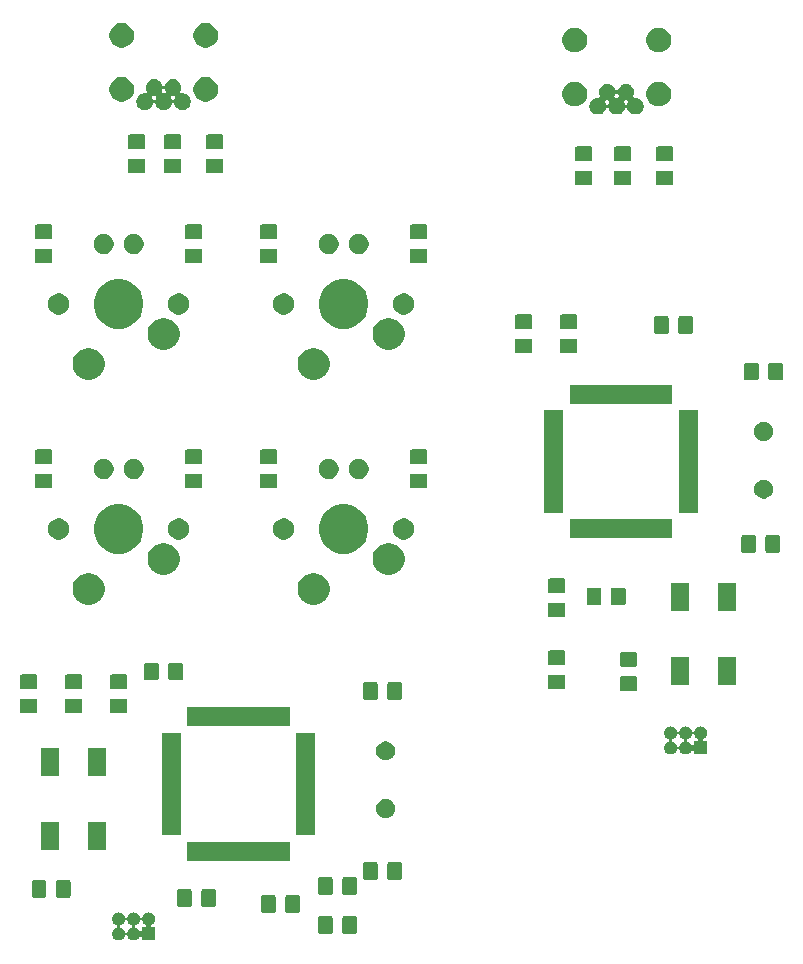
<source format=gbr>
G04 #@! TF.GenerationSoftware,KiCad,Pcbnew,(5.0.2)-1*
G04 #@! TF.CreationDate,2018-12-26T22:17:43-06:00*
G04 #@! TF.ProjectId,AVR6502Tester,41565236-3530-4325-9465-737465722e6b,rev?*
G04 #@! TF.SameCoordinates,Original*
G04 #@! TF.FileFunction,Soldermask,Bot*
G04 #@! TF.FilePolarity,Negative*
%FSLAX46Y46*%
G04 Gerber Fmt 4.6, Leading zero omitted, Abs format (unit mm)*
G04 Created by KiCad (PCBNEW (5.0.2)-1) date 12/26/2018 10:17:43 PM*
%MOMM*%
%LPD*%
G01*
G04 APERTURE LIST*
%ADD10C,0.100000*%
G04 APERTURE END LIST*
D10*
G36*
X58528015Y-89626973D02*
X58631879Y-89658479D01*
X58727600Y-89709644D01*
X58811501Y-89778499D01*
X58880356Y-89862400D01*
X58931521Y-89958121D01*
X58935383Y-89970854D01*
X58944760Y-89993493D01*
X58958374Y-90013867D01*
X58975701Y-90031194D01*
X58996076Y-90044808D01*
X59018715Y-90054186D01*
X59042748Y-90058966D01*
X59067252Y-90058966D01*
X59091286Y-90054185D01*
X59113925Y-90044808D01*
X59134299Y-90031194D01*
X59151626Y-90013867D01*
X59165240Y-89993492D01*
X59174617Y-89970854D01*
X59178479Y-89958121D01*
X59229644Y-89862400D01*
X59298499Y-89778499D01*
X59382400Y-89709644D01*
X59478121Y-89658479D01*
X59581985Y-89626973D01*
X59662933Y-89619000D01*
X59717067Y-89619000D01*
X59798015Y-89626973D01*
X59901879Y-89658479D01*
X59997600Y-89709644D01*
X60081501Y-89778499D01*
X60150356Y-89862400D01*
X60201521Y-89958121D01*
X60205383Y-89970854D01*
X60214760Y-89993493D01*
X60228374Y-90013867D01*
X60245701Y-90031194D01*
X60266076Y-90044808D01*
X60288715Y-90054186D01*
X60312748Y-90058966D01*
X60337252Y-90058966D01*
X60361286Y-90054185D01*
X60383925Y-90044808D01*
X60404299Y-90031194D01*
X60421626Y-90013867D01*
X60435240Y-89993492D01*
X60444617Y-89970854D01*
X60448479Y-89958121D01*
X60499644Y-89862400D01*
X60568499Y-89778499D01*
X60652400Y-89709644D01*
X60748121Y-89658479D01*
X60851985Y-89626973D01*
X60932933Y-89619000D01*
X60987067Y-89619000D01*
X61068015Y-89626973D01*
X61171879Y-89658479D01*
X61267600Y-89709644D01*
X61351501Y-89778499D01*
X61420356Y-89862400D01*
X61471521Y-89958121D01*
X61503027Y-90061985D01*
X61513666Y-90170000D01*
X61503027Y-90278015D01*
X61471521Y-90381879D01*
X61420356Y-90477600D01*
X61351501Y-90561501D01*
X61267600Y-90630356D01*
X61223805Y-90653766D01*
X61203439Y-90667374D01*
X61186111Y-90684701D01*
X61172498Y-90705076D01*
X61163120Y-90727715D01*
X61158340Y-90751748D01*
X61158340Y-90776252D01*
X61163121Y-90800286D01*
X61172498Y-90822925D01*
X61186112Y-90843299D01*
X61203439Y-90860627D01*
X61223814Y-90874240D01*
X61246453Y-90883618D01*
X61282738Y-90889000D01*
X61511000Y-90889000D01*
X61511000Y-91991000D01*
X60409000Y-91991000D01*
X60409000Y-91762738D01*
X60406598Y-91738352D01*
X60399485Y-91714903D01*
X60387934Y-91693292D01*
X60372388Y-91674350D01*
X60353446Y-91658804D01*
X60331835Y-91647253D01*
X60308386Y-91640140D01*
X60284000Y-91637738D01*
X60259614Y-91640140D01*
X60236165Y-91647253D01*
X60214554Y-91658804D01*
X60195612Y-91674350D01*
X60173764Y-91703808D01*
X60150356Y-91747600D01*
X60081501Y-91831501D01*
X59997600Y-91900356D01*
X59901879Y-91951521D01*
X59798015Y-91983027D01*
X59717067Y-91991000D01*
X59662933Y-91991000D01*
X59581985Y-91983027D01*
X59478121Y-91951521D01*
X59382400Y-91900356D01*
X59298499Y-91831501D01*
X59229644Y-91747600D01*
X59178479Y-91651879D01*
X59174615Y-91639142D01*
X59165240Y-91616507D01*
X59151626Y-91596133D01*
X59134299Y-91578806D01*
X59113924Y-91565192D01*
X59091285Y-91555814D01*
X59067252Y-91551034D01*
X59042748Y-91551034D01*
X59018714Y-91555815D01*
X58996075Y-91565192D01*
X58975701Y-91578806D01*
X58958374Y-91596133D01*
X58944760Y-91616508D01*
X58935385Y-91639142D01*
X58931521Y-91651879D01*
X58880356Y-91747600D01*
X58811501Y-91831501D01*
X58727600Y-91900356D01*
X58631879Y-91951521D01*
X58528015Y-91983027D01*
X58447067Y-91991000D01*
X58392933Y-91991000D01*
X58311985Y-91983027D01*
X58208121Y-91951521D01*
X58112400Y-91900356D01*
X58028499Y-91831501D01*
X57959644Y-91747600D01*
X57908479Y-91651879D01*
X57876973Y-91548015D01*
X57866334Y-91440000D01*
X57876973Y-91331985D01*
X57908479Y-91228121D01*
X57959644Y-91132400D01*
X58028499Y-91048499D01*
X58112400Y-90979644D01*
X58208121Y-90928479D01*
X58220858Y-90924615D01*
X58243493Y-90915240D01*
X58263867Y-90901626D01*
X58281194Y-90884299D01*
X58294808Y-90863924D01*
X58304186Y-90841285D01*
X58308966Y-90817252D01*
X58308966Y-90792748D01*
X58531034Y-90792748D01*
X58531034Y-90817252D01*
X58535815Y-90841286D01*
X58545192Y-90863925D01*
X58558806Y-90884299D01*
X58576133Y-90901626D01*
X58596508Y-90915240D01*
X58619142Y-90924615D01*
X58631879Y-90928479D01*
X58727600Y-90979644D01*
X58811501Y-91048499D01*
X58880356Y-91132400D01*
X58931521Y-91228121D01*
X58935383Y-91240854D01*
X58944760Y-91263493D01*
X58958374Y-91283867D01*
X58975701Y-91301194D01*
X58996076Y-91314808D01*
X59018715Y-91324186D01*
X59042748Y-91328966D01*
X59067252Y-91328966D01*
X59091286Y-91324185D01*
X59113925Y-91314808D01*
X59134299Y-91301194D01*
X59151626Y-91283867D01*
X59165240Y-91263492D01*
X59174617Y-91240854D01*
X59178479Y-91228121D01*
X59229644Y-91132400D01*
X59298499Y-91048499D01*
X59382400Y-90979644D01*
X59478121Y-90928479D01*
X59490858Y-90924615D01*
X59513493Y-90915240D01*
X59533867Y-90901626D01*
X59551194Y-90884299D01*
X59564808Y-90863924D01*
X59574186Y-90841285D01*
X59578966Y-90817252D01*
X59578966Y-90792748D01*
X59801034Y-90792748D01*
X59801034Y-90817252D01*
X59805815Y-90841286D01*
X59815192Y-90863925D01*
X59828806Y-90884299D01*
X59846133Y-90901626D01*
X59866508Y-90915240D01*
X59889142Y-90924615D01*
X59901879Y-90928479D01*
X59997600Y-90979644D01*
X60081501Y-91048499D01*
X60150356Y-91132400D01*
X60173766Y-91176195D01*
X60187374Y-91196561D01*
X60204701Y-91213889D01*
X60225076Y-91227502D01*
X60247715Y-91236880D01*
X60271748Y-91241660D01*
X60296252Y-91241660D01*
X60320286Y-91236879D01*
X60342925Y-91227502D01*
X60363299Y-91213888D01*
X60380627Y-91196561D01*
X60394240Y-91176186D01*
X60403618Y-91153547D01*
X60409000Y-91117262D01*
X60409000Y-90889000D01*
X60637262Y-90889000D01*
X60661648Y-90886598D01*
X60685097Y-90879485D01*
X60706708Y-90867934D01*
X60725650Y-90852388D01*
X60741196Y-90833446D01*
X60752747Y-90811835D01*
X60759860Y-90788386D01*
X60762262Y-90764000D01*
X60759860Y-90739614D01*
X60752747Y-90716165D01*
X60741196Y-90694554D01*
X60725650Y-90675612D01*
X60696192Y-90653764D01*
X60652400Y-90630356D01*
X60568499Y-90561501D01*
X60499644Y-90477600D01*
X60448479Y-90381879D01*
X60444615Y-90369142D01*
X60435240Y-90346507D01*
X60421626Y-90326133D01*
X60404299Y-90308806D01*
X60383924Y-90295192D01*
X60361285Y-90285814D01*
X60337252Y-90281034D01*
X60312748Y-90281034D01*
X60288714Y-90285815D01*
X60266075Y-90295192D01*
X60245701Y-90308806D01*
X60228374Y-90326133D01*
X60214760Y-90346508D01*
X60205385Y-90369142D01*
X60201521Y-90381879D01*
X60150356Y-90477600D01*
X60081501Y-90561501D01*
X59997600Y-90630356D01*
X59901879Y-90681521D01*
X59889142Y-90685385D01*
X59866507Y-90694760D01*
X59846133Y-90708374D01*
X59828806Y-90725701D01*
X59815192Y-90746076D01*
X59805814Y-90768715D01*
X59801034Y-90792748D01*
X59578966Y-90792748D01*
X59574185Y-90768714D01*
X59564808Y-90746075D01*
X59551194Y-90725701D01*
X59533867Y-90708374D01*
X59513492Y-90694760D01*
X59490858Y-90685385D01*
X59478121Y-90681521D01*
X59382400Y-90630356D01*
X59298499Y-90561501D01*
X59229644Y-90477600D01*
X59178479Y-90381879D01*
X59174615Y-90369142D01*
X59165240Y-90346507D01*
X59151626Y-90326133D01*
X59134299Y-90308806D01*
X59113924Y-90295192D01*
X59091285Y-90285814D01*
X59067252Y-90281034D01*
X59042748Y-90281034D01*
X59018714Y-90285815D01*
X58996075Y-90295192D01*
X58975701Y-90308806D01*
X58958374Y-90326133D01*
X58944760Y-90346508D01*
X58935385Y-90369142D01*
X58931521Y-90381879D01*
X58880356Y-90477600D01*
X58811501Y-90561501D01*
X58727600Y-90630356D01*
X58631879Y-90681521D01*
X58619142Y-90685385D01*
X58596507Y-90694760D01*
X58576133Y-90708374D01*
X58558806Y-90725701D01*
X58545192Y-90746076D01*
X58535814Y-90768715D01*
X58531034Y-90792748D01*
X58308966Y-90792748D01*
X58304185Y-90768714D01*
X58294808Y-90746075D01*
X58281194Y-90725701D01*
X58263867Y-90708374D01*
X58243492Y-90694760D01*
X58220858Y-90685385D01*
X58208121Y-90681521D01*
X58112400Y-90630356D01*
X58028499Y-90561501D01*
X57959644Y-90477600D01*
X57908479Y-90381879D01*
X57876973Y-90278015D01*
X57866334Y-90170000D01*
X57876973Y-90061985D01*
X57908479Y-89958121D01*
X57959644Y-89862400D01*
X58028499Y-89778499D01*
X58112400Y-89709644D01*
X58208121Y-89658479D01*
X58311985Y-89626973D01*
X58392933Y-89619000D01*
X58447067Y-89619000D01*
X58528015Y-89626973D01*
X58528015Y-89626973D01*
G37*
G36*
X78450677Y-89931465D02*
X78488364Y-89942898D01*
X78523103Y-89961466D01*
X78553548Y-89986452D01*
X78578534Y-90016897D01*
X78597102Y-90051636D01*
X78608535Y-90089323D01*
X78613000Y-90134661D01*
X78613000Y-91221339D01*
X78608535Y-91266677D01*
X78597102Y-91304364D01*
X78578534Y-91339103D01*
X78553548Y-91369548D01*
X78523103Y-91394534D01*
X78488364Y-91413102D01*
X78450677Y-91424535D01*
X78405339Y-91429000D01*
X77568661Y-91429000D01*
X77523323Y-91424535D01*
X77485636Y-91413102D01*
X77450897Y-91394534D01*
X77420452Y-91369548D01*
X77395466Y-91339103D01*
X77376898Y-91304364D01*
X77365465Y-91266677D01*
X77361000Y-91221339D01*
X77361000Y-90134661D01*
X77365465Y-90089323D01*
X77376898Y-90051636D01*
X77395466Y-90016897D01*
X77420452Y-89986452D01*
X77450897Y-89961466D01*
X77485636Y-89942898D01*
X77523323Y-89931465D01*
X77568661Y-89927000D01*
X78405339Y-89927000D01*
X78450677Y-89931465D01*
X78450677Y-89931465D01*
G37*
G36*
X76400677Y-89931465D02*
X76438364Y-89942898D01*
X76473103Y-89961466D01*
X76503548Y-89986452D01*
X76528534Y-90016897D01*
X76547102Y-90051636D01*
X76558535Y-90089323D01*
X76563000Y-90134661D01*
X76563000Y-91221339D01*
X76558535Y-91266677D01*
X76547102Y-91304364D01*
X76528534Y-91339103D01*
X76503548Y-91369548D01*
X76473103Y-91394534D01*
X76438364Y-91413102D01*
X76400677Y-91424535D01*
X76355339Y-91429000D01*
X75518661Y-91429000D01*
X75473323Y-91424535D01*
X75435636Y-91413102D01*
X75400897Y-91394534D01*
X75370452Y-91369548D01*
X75345466Y-91339103D01*
X75326898Y-91304364D01*
X75315465Y-91266677D01*
X75311000Y-91221339D01*
X75311000Y-90134661D01*
X75315465Y-90089323D01*
X75326898Y-90051636D01*
X75345466Y-90016897D01*
X75370452Y-89986452D01*
X75400897Y-89961466D01*
X75435636Y-89942898D01*
X75473323Y-89931465D01*
X75518661Y-89927000D01*
X76355339Y-89927000D01*
X76400677Y-89931465D01*
X76400677Y-89931465D01*
G37*
G36*
X73624677Y-88153465D02*
X73662364Y-88164898D01*
X73697103Y-88183466D01*
X73727548Y-88208452D01*
X73752534Y-88238897D01*
X73771102Y-88273636D01*
X73782535Y-88311323D01*
X73787000Y-88356661D01*
X73787000Y-89443339D01*
X73782535Y-89488677D01*
X73771102Y-89526364D01*
X73752534Y-89561103D01*
X73727548Y-89591548D01*
X73697103Y-89616534D01*
X73662364Y-89635102D01*
X73624677Y-89646535D01*
X73579339Y-89651000D01*
X72742661Y-89651000D01*
X72697323Y-89646535D01*
X72659636Y-89635102D01*
X72624897Y-89616534D01*
X72594452Y-89591548D01*
X72569466Y-89561103D01*
X72550898Y-89526364D01*
X72539465Y-89488677D01*
X72535000Y-89443339D01*
X72535000Y-88356661D01*
X72539465Y-88311323D01*
X72550898Y-88273636D01*
X72569466Y-88238897D01*
X72594452Y-88208452D01*
X72624897Y-88183466D01*
X72659636Y-88164898D01*
X72697323Y-88153465D01*
X72742661Y-88149000D01*
X73579339Y-88149000D01*
X73624677Y-88153465D01*
X73624677Y-88153465D01*
G37*
G36*
X71574677Y-88153465D02*
X71612364Y-88164898D01*
X71647103Y-88183466D01*
X71677548Y-88208452D01*
X71702534Y-88238897D01*
X71721102Y-88273636D01*
X71732535Y-88311323D01*
X71737000Y-88356661D01*
X71737000Y-89443339D01*
X71732535Y-89488677D01*
X71721102Y-89526364D01*
X71702534Y-89561103D01*
X71677548Y-89591548D01*
X71647103Y-89616534D01*
X71612364Y-89635102D01*
X71574677Y-89646535D01*
X71529339Y-89651000D01*
X70692661Y-89651000D01*
X70647323Y-89646535D01*
X70609636Y-89635102D01*
X70574897Y-89616534D01*
X70544452Y-89591548D01*
X70519466Y-89561103D01*
X70500898Y-89526364D01*
X70489465Y-89488677D01*
X70485000Y-89443339D01*
X70485000Y-88356661D01*
X70489465Y-88311323D01*
X70500898Y-88273636D01*
X70519466Y-88238897D01*
X70544452Y-88208452D01*
X70574897Y-88183466D01*
X70609636Y-88164898D01*
X70647323Y-88153465D01*
X70692661Y-88149000D01*
X71529339Y-88149000D01*
X71574677Y-88153465D01*
X71574677Y-88153465D01*
G37*
G36*
X66512677Y-87645465D02*
X66550364Y-87656898D01*
X66585103Y-87675466D01*
X66615548Y-87700452D01*
X66640534Y-87730897D01*
X66659102Y-87765636D01*
X66670535Y-87803323D01*
X66675000Y-87848661D01*
X66675000Y-88935339D01*
X66670535Y-88980677D01*
X66659102Y-89018364D01*
X66640534Y-89053103D01*
X66615548Y-89083548D01*
X66585103Y-89108534D01*
X66550364Y-89127102D01*
X66512677Y-89138535D01*
X66467339Y-89143000D01*
X65630661Y-89143000D01*
X65585323Y-89138535D01*
X65547636Y-89127102D01*
X65512897Y-89108534D01*
X65482452Y-89083548D01*
X65457466Y-89053103D01*
X65438898Y-89018364D01*
X65427465Y-88980677D01*
X65423000Y-88935339D01*
X65423000Y-87848661D01*
X65427465Y-87803323D01*
X65438898Y-87765636D01*
X65457466Y-87730897D01*
X65482452Y-87700452D01*
X65512897Y-87675466D01*
X65547636Y-87656898D01*
X65585323Y-87645465D01*
X65630661Y-87641000D01*
X66467339Y-87641000D01*
X66512677Y-87645465D01*
X66512677Y-87645465D01*
G37*
G36*
X64462677Y-87645465D02*
X64500364Y-87656898D01*
X64535103Y-87675466D01*
X64565548Y-87700452D01*
X64590534Y-87730897D01*
X64609102Y-87765636D01*
X64620535Y-87803323D01*
X64625000Y-87848661D01*
X64625000Y-88935339D01*
X64620535Y-88980677D01*
X64609102Y-89018364D01*
X64590534Y-89053103D01*
X64565548Y-89083548D01*
X64535103Y-89108534D01*
X64500364Y-89127102D01*
X64462677Y-89138535D01*
X64417339Y-89143000D01*
X63580661Y-89143000D01*
X63535323Y-89138535D01*
X63497636Y-89127102D01*
X63462897Y-89108534D01*
X63432452Y-89083548D01*
X63407466Y-89053103D01*
X63388898Y-89018364D01*
X63377465Y-88980677D01*
X63373000Y-88935339D01*
X63373000Y-87848661D01*
X63377465Y-87803323D01*
X63388898Y-87765636D01*
X63407466Y-87730897D01*
X63432452Y-87700452D01*
X63462897Y-87675466D01*
X63497636Y-87656898D01*
X63535323Y-87645465D01*
X63580661Y-87641000D01*
X64417339Y-87641000D01*
X64462677Y-87645465D01*
X64462677Y-87645465D01*
G37*
G36*
X52143677Y-86883465D02*
X52181364Y-86894898D01*
X52216103Y-86913466D01*
X52246548Y-86938452D01*
X52271534Y-86968897D01*
X52290102Y-87003636D01*
X52301535Y-87041323D01*
X52306000Y-87086661D01*
X52306000Y-88173339D01*
X52301535Y-88218677D01*
X52290102Y-88256364D01*
X52271534Y-88291103D01*
X52246548Y-88321548D01*
X52216103Y-88346534D01*
X52181364Y-88365102D01*
X52143677Y-88376535D01*
X52098339Y-88381000D01*
X51261661Y-88381000D01*
X51216323Y-88376535D01*
X51178636Y-88365102D01*
X51143897Y-88346534D01*
X51113452Y-88321548D01*
X51088466Y-88291103D01*
X51069898Y-88256364D01*
X51058465Y-88218677D01*
X51054000Y-88173339D01*
X51054000Y-87086661D01*
X51058465Y-87041323D01*
X51069898Y-87003636D01*
X51088466Y-86968897D01*
X51113452Y-86938452D01*
X51143897Y-86913466D01*
X51178636Y-86894898D01*
X51216323Y-86883465D01*
X51261661Y-86879000D01*
X52098339Y-86879000D01*
X52143677Y-86883465D01*
X52143677Y-86883465D01*
G37*
G36*
X54193677Y-86883465D02*
X54231364Y-86894898D01*
X54266103Y-86913466D01*
X54296548Y-86938452D01*
X54321534Y-86968897D01*
X54340102Y-87003636D01*
X54351535Y-87041323D01*
X54356000Y-87086661D01*
X54356000Y-88173339D01*
X54351535Y-88218677D01*
X54340102Y-88256364D01*
X54321534Y-88291103D01*
X54296548Y-88321548D01*
X54266103Y-88346534D01*
X54231364Y-88365102D01*
X54193677Y-88376535D01*
X54148339Y-88381000D01*
X53311661Y-88381000D01*
X53266323Y-88376535D01*
X53228636Y-88365102D01*
X53193897Y-88346534D01*
X53163452Y-88321548D01*
X53138466Y-88291103D01*
X53119898Y-88256364D01*
X53108465Y-88218677D01*
X53104000Y-88173339D01*
X53104000Y-87086661D01*
X53108465Y-87041323D01*
X53119898Y-87003636D01*
X53138466Y-86968897D01*
X53163452Y-86938452D01*
X53193897Y-86913466D01*
X53228636Y-86894898D01*
X53266323Y-86883465D01*
X53311661Y-86879000D01*
X54148339Y-86879000D01*
X54193677Y-86883465D01*
X54193677Y-86883465D01*
G37*
G36*
X76400677Y-86629465D02*
X76438364Y-86640898D01*
X76473103Y-86659466D01*
X76503548Y-86684452D01*
X76528534Y-86714897D01*
X76547102Y-86749636D01*
X76558535Y-86787323D01*
X76563000Y-86832661D01*
X76563000Y-87919339D01*
X76558535Y-87964677D01*
X76547102Y-88002364D01*
X76528534Y-88037103D01*
X76503548Y-88067548D01*
X76473103Y-88092534D01*
X76438364Y-88111102D01*
X76400677Y-88122535D01*
X76355339Y-88127000D01*
X75518661Y-88127000D01*
X75473323Y-88122535D01*
X75435636Y-88111102D01*
X75400897Y-88092534D01*
X75370452Y-88067548D01*
X75345466Y-88037103D01*
X75326898Y-88002364D01*
X75315465Y-87964677D01*
X75311000Y-87919339D01*
X75311000Y-86832661D01*
X75315465Y-86787323D01*
X75326898Y-86749636D01*
X75345466Y-86714897D01*
X75370452Y-86684452D01*
X75400897Y-86659466D01*
X75435636Y-86640898D01*
X75473323Y-86629465D01*
X75518661Y-86625000D01*
X76355339Y-86625000D01*
X76400677Y-86629465D01*
X76400677Y-86629465D01*
G37*
G36*
X78450677Y-86629465D02*
X78488364Y-86640898D01*
X78523103Y-86659466D01*
X78553548Y-86684452D01*
X78578534Y-86714897D01*
X78597102Y-86749636D01*
X78608535Y-86787323D01*
X78613000Y-86832661D01*
X78613000Y-87919339D01*
X78608535Y-87964677D01*
X78597102Y-88002364D01*
X78578534Y-88037103D01*
X78553548Y-88067548D01*
X78523103Y-88092534D01*
X78488364Y-88111102D01*
X78450677Y-88122535D01*
X78405339Y-88127000D01*
X77568661Y-88127000D01*
X77523323Y-88122535D01*
X77485636Y-88111102D01*
X77450897Y-88092534D01*
X77420452Y-88067548D01*
X77395466Y-88037103D01*
X77376898Y-88002364D01*
X77365465Y-87964677D01*
X77361000Y-87919339D01*
X77361000Y-86832661D01*
X77365465Y-86787323D01*
X77376898Y-86749636D01*
X77395466Y-86714897D01*
X77420452Y-86684452D01*
X77450897Y-86659466D01*
X77485636Y-86640898D01*
X77523323Y-86629465D01*
X77568661Y-86625000D01*
X78405339Y-86625000D01*
X78450677Y-86629465D01*
X78450677Y-86629465D01*
G37*
G36*
X82260677Y-85359465D02*
X82298364Y-85370898D01*
X82333103Y-85389466D01*
X82363548Y-85414452D01*
X82388534Y-85444897D01*
X82407102Y-85479636D01*
X82418535Y-85517323D01*
X82423000Y-85562661D01*
X82423000Y-86649339D01*
X82418535Y-86694677D01*
X82407102Y-86732364D01*
X82388534Y-86767103D01*
X82363548Y-86797548D01*
X82333103Y-86822534D01*
X82298364Y-86841102D01*
X82260677Y-86852535D01*
X82215339Y-86857000D01*
X81378661Y-86857000D01*
X81333323Y-86852535D01*
X81295636Y-86841102D01*
X81260897Y-86822534D01*
X81230452Y-86797548D01*
X81205466Y-86767103D01*
X81186898Y-86732364D01*
X81175465Y-86694677D01*
X81171000Y-86649339D01*
X81171000Y-85562661D01*
X81175465Y-85517323D01*
X81186898Y-85479636D01*
X81205466Y-85444897D01*
X81230452Y-85414452D01*
X81260897Y-85389466D01*
X81295636Y-85370898D01*
X81333323Y-85359465D01*
X81378661Y-85355000D01*
X82215339Y-85355000D01*
X82260677Y-85359465D01*
X82260677Y-85359465D01*
G37*
G36*
X80210677Y-85359465D02*
X80248364Y-85370898D01*
X80283103Y-85389466D01*
X80313548Y-85414452D01*
X80338534Y-85444897D01*
X80357102Y-85479636D01*
X80368535Y-85517323D01*
X80373000Y-85562661D01*
X80373000Y-86649339D01*
X80368535Y-86694677D01*
X80357102Y-86732364D01*
X80338534Y-86767103D01*
X80313548Y-86797548D01*
X80283103Y-86822534D01*
X80248364Y-86841102D01*
X80210677Y-86852535D01*
X80165339Y-86857000D01*
X79328661Y-86857000D01*
X79283323Y-86852535D01*
X79245636Y-86841102D01*
X79210897Y-86822534D01*
X79180452Y-86797548D01*
X79155466Y-86767103D01*
X79136898Y-86732364D01*
X79125465Y-86694677D01*
X79121000Y-86649339D01*
X79121000Y-85562661D01*
X79125465Y-85517323D01*
X79136898Y-85479636D01*
X79155466Y-85444897D01*
X79180452Y-85414452D01*
X79210897Y-85389466D01*
X79245636Y-85370898D01*
X79283323Y-85359465D01*
X79328661Y-85355000D01*
X80165339Y-85355000D01*
X80210677Y-85359465D01*
X80210677Y-85359465D01*
G37*
G36*
X72906000Y-85241000D02*
X64254000Y-85241000D01*
X64254000Y-83639000D01*
X72906000Y-83639000D01*
X72906000Y-85241000D01*
X72906000Y-85241000D01*
G37*
G36*
X53361790Y-84361220D02*
X51860250Y-84361220D01*
X51860250Y-81957980D01*
X53361790Y-81957980D01*
X53361790Y-84361220D01*
X53361790Y-84361220D01*
G37*
G36*
X57362290Y-84361220D02*
X55860750Y-84361220D01*
X55860750Y-81957980D01*
X57362290Y-81957980D01*
X57362290Y-84361220D01*
X57362290Y-84361220D01*
G37*
G36*
X75081000Y-83066000D02*
X73479000Y-83066000D01*
X73479000Y-74414000D01*
X75081000Y-74414000D01*
X75081000Y-83066000D01*
X75081000Y-83066000D01*
G37*
G36*
X63681000Y-83066000D02*
X62079000Y-83066000D01*
X62079000Y-74414000D01*
X63681000Y-74414000D01*
X63681000Y-83066000D01*
X63681000Y-83066000D01*
G37*
G36*
X81259643Y-80055781D02*
X81405415Y-80116162D01*
X81536611Y-80203824D01*
X81648176Y-80315389D01*
X81735838Y-80446585D01*
X81796219Y-80592357D01*
X81827000Y-80747107D01*
X81827000Y-80904893D01*
X81796219Y-81059643D01*
X81735838Y-81205415D01*
X81648176Y-81336611D01*
X81536611Y-81448176D01*
X81405415Y-81535838D01*
X81259643Y-81596219D01*
X81104893Y-81627000D01*
X80947107Y-81627000D01*
X80792357Y-81596219D01*
X80646585Y-81535838D01*
X80515389Y-81448176D01*
X80403824Y-81336611D01*
X80316162Y-81205415D01*
X80255781Y-81059643D01*
X80225000Y-80904893D01*
X80225000Y-80747107D01*
X80255781Y-80592357D01*
X80316162Y-80446585D01*
X80403824Y-80315389D01*
X80515389Y-80203824D01*
X80646585Y-80116162D01*
X80792357Y-80055781D01*
X80947107Y-80025000D01*
X81104893Y-80025000D01*
X81259643Y-80055781D01*
X81259643Y-80055781D01*
G37*
G36*
X57359750Y-78062020D02*
X55858210Y-78062020D01*
X55858210Y-75658780D01*
X57359750Y-75658780D01*
X57359750Y-78062020D01*
X57359750Y-78062020D01*
G37*
G36*
X53361790Y-78062020D02*
X51860250Y-78062020D01*
X51860250Y-75658780D01*
X53361790Y-75658780D01*
X53361790Y-78062020D01*
X53361790Y-78062020D01*
G37*
G36*
X81259643Y-75175781D02*
X81405415Y-75236162D01*
X81536611Y-75323824D01*
X81648176Y-75435389D01*
X81735838Y-75566585D01*
X81796219Y-75712357D01*
X81827000Y-75867107D01*
X81827000Y-76024893D01*
X81796219Y-76179643D01*
X81735838Y-76325415D01*
X81648176Y-76456611D01*
X81536611Y-76568176D01*
X81405415Y-76655838D01*
X81259643Y-76716219D01*
X81104893Y-76747000D01*
X80947107Y-76747000D01*
X80792357Y-76716219D01*
X80646585Y-76655838D01*
X80515389Y-76568176D01*
X80403824Y-76456611D01*
X80316162Y-76325415D01*
X80255781Y-76179643D01*
X80225000Y-76024893D01*
X80225000Y-75867107D01*
X80255781Y-75712357D01*
X80316162Y-75566585D01*
X80403824Y-75435389D01*
X80515389Y-75323824D01*
X80646585Y-75236162D01*
X80792357Y-75175781D01*
X80947107Y-75145000D01*
X81104893Y-75145000D01*
X81259643Y-75175781D01*
X81259643Y-75175781D01*
G37*
G36*
X105264015Y-73878973D02*
X105367879Y-73910479D01*
X105463600Y-73961644D01*
X105547501Y-74030499D01*
X105616356Y-74114400D01*
X105667521Y-74210121D01*
X105671383Y-74222854D01*
X105680760Y-74245493D01*
X105694374Y-74265867D01*
X105711701Y-74283194D01*
X105732076Y-74296808D01*
X105754715Y-74306186D01*
X105778748Y-74310966D01*
X105803252Y-74310966D01*
X105827286Y-74306185D01*
X105849925Y-74296808D01*
X105870299Y-74283194D01*
X105887626Y-74265867D01*
X105901240Y-74245492D01*
X105910617Y-74222854D01*
X105914479Y-74210121D01*
X105965644Y-74114400D01*
X106034499Y-74030499D01*
X106118400Y-73961644D01*
X106214121Y-73910479D01*
X106317985Y-73878973D01*
X106398933Y-73871000D01*
X106453067Y-73871000D01*
X106534015Y-73878973D01*
X106637879Y-73910479D01*
X106733600Y-73961644D01*
X106817501Y-74030499D01*
X106886356Y-74114400D01*
X106937521Y-74210121D01*
X106941383Y-74222854D01*
X106950760Y-74245493D01*
X106964374Y-74265867D01*
X106981701Y-74283194D01*
X107002076Y-74296808D01*
X107024715Y-74306186D01*
X107048748Y-74310966D01*
X107073252Y-74310966D01*
X107097286Y-74306185D01*
X107119925Y-74296808D01*
X107140299Y-74283194D01*
X107157626Y-74265867D01*
X107171240Y-74245492D01*
X107180617Y-74222854D01*
X107184479Y-74210121D01*
X107235644Y-74114400D01*
X107304499Y-74030499D01*
X107388400Y-73961644D01*
X107484121Y-73910479D01*
X107587985Y-73878973D01*
X107668933Y-73871000D01*
X107723067Y-73871000D01*
X107804015Y-73878973D01*
X107907879Y-73910479D01*
X108003600Y-73961644D01*
X108087501Y-74030499D01*
X108156356Y-74114400D01*
X108207521Y-74210121D01*
X108239027Y-74313985D01*
X108249666Y-74422000D01*
X108239027Y-74530015D01*
X108207521Y-74633879D01*
X108156356Y-74729600D01*
X108087501Y-74813501D01*
X108003600Y-74882356D01*
X107959805Y-74905766D01*
X107939439Y-74919374D01*
X107922111Y-74936701D01*
X107908498Y-74957076D01*
X107899120Y-74979715D01*
X107894340Y-75003748D01*
X107894340Y-75028252D01*
X107899121Y-75052286D01*
X107908498Y-75074925D01*
X107922112Y-75095299D01*
X107939439Y-75112627D01*
X107959814Y-75126240D01*
X107982453Y-75135618D01*
X108018738Y-75141000D01*
X108247000Y-75141000D01*
X108247000Y-76243000D01*
X107145000Y-76243000D01*
X107145000Y-76014738D01*
X107142598Y-75990352D01*
X107135485Y-75966903D01*
X107123934Y-75945292D01*
X107108388Y-75926350D01*
X107089446Y-75910804D01*
X107067835Y-75899253D01*
X107044386Y-75892140D01*
X107020000Y-75889738D01*
X106995614Y-75892140D01*
X106972165Y-75899253D01*
X106950554Y-75910804D01*
X106931612Y-75926350D01*
X106909764Y-75955808D01*
X106886356Y-75999600D01*
X106817501Y-76083501D01*
X106733600Y-76152356D01*
X106637879Y-76203521D01*
X106534015Y-76235027D01*
X106453067Y-76243000D01*
X106398933Y-76243000D01*
X106317985Y-76235027D01*
X106214121Y-76203521D01*
X106118400Y-76152356D01*
X106034499Y-76083501D01*
X105965644Y-75999600D01*
X105914479Y-75903879D01*
X105910615Y-75891142D01*
X105901240Y-75868507D01*
X105887626Y-75848133D01*
X105870299Y-75830806D01*
X105849924Y-75817192D01*
X105827285Y-75807814D01*
X105803252Y-75803034D01*
X105778748Y-75803034D01*
X105754714Y-75807815D01*
X105732075Y-75817192D01*
X105711701Y-75830806D01*
X105694374Y-75848133D01*
X105680760Y-75868508D01*
X105671385Y-75891142D01*
X105667521Y-75903879D01*
X105616356Y-75999600D01*
X105547501Y-76083501D01*
X105463600Y-76152356D01*
X105367879Y-76203521D01*
X105264015Y-76235027D01*
X105183067Y-76243000D01*
X105128933Y-76243000D01*
X105047985Y-76235027D01*
X104944121Y-76203521D01*
X104848400Y-76152356D01*
X104764499Y-76083501D01*
X104695644Y-75999600D01*
X104644479Y-75903879D01*
X104612973Y-75800015D01*
X104602334Y-75692000D01*
X104612973Y-75583985D01*
X104644479Y-75480121D01*
X104695644Y-75384400D01*
X104764499Y-75300499D01*
X104848400Y-75231644D01*
X104944121Y-75180479D01*
X104956858Y-75176615D01*
X104979493Y-75167240D01*
X104999867Y-75153626D01*
X105017194Y-75136299D01*
X105030808Y-75115924D01*
X105040186Y-75093285D01*
X105044966Y-75069252D01*
X105044966Y-75044748D01*
X105267034Y-75044748D01*
X105267034Y-75069252D01*
X105271815Y-75093286D01*
X105281192Y-75115925D01*
X105294806Y-75136299D01*
X105312133Y-75153626D01*
X105332508Y-75167240D01*
X105355142Y-75176615D01*
X105367879Y-75180479D01*
X105463600Y-75231644D01*
X105547501Y-75300499D01*
X105616356Y-75384400D01*
X105667521Y-75480121D01*
X105671383Y-75492854D01*
X105680760Y-75515493D01*
X105694374Y-75535867D01*
X105711701Y-75553194D01*
X105732076Y-75566808D01*
X105754715Y-75576186D01*
X105778748Y-75580966D01*
X105803252Y-75580966D01*
X105827286Y-75576185D01*
X105849925Y-75566808D01*
X105870299Y-75553194D01*
X105887626Y-75535867D01*
X105901240Y-75515492D01*
X105910617Y-75492854D01*
X105914479Y-75480121D01*
X105965644Y-75384400D01*
X106034499Y-75300499D01*
X106118400Y-75231644D01*
X106214121Y-75180479D01*
X106226858Y-75176615D01*
X106249493Y-75167240D01*
X106269867Y-75153626D01*
X106287194Y-75136299D01*
X106300808Y-75115924D01*
X106310186Y-75093285D01*
X106314966Y-75069252D01*
X106314966Y-75044748D01*
X106537034Y-75044748D01*
X106537034Y-75069252D01*
X106541815Y-75093286D01*
X106551192Y-75115925D01*
X106564806Y-75136299D01*
X106582133Y-75153626D01*
X106602508Y-75167240D01*
X106625142Y-75176615D01*
X106637879Y-75180479D01*
X106733600Y-75231644D01*
X106817501Y-75300499D01*
X106886356Y-75384400D01*
X106909766Y-75428195D01*
X106923374Y-75448561D01*
X106940701Y-75465889D01*
X106961076Y-75479502D01*
X106983715Y-75488880D01*
X107007748Y-75493660D01*
X107032252Y-75493660D01*
X107056286Y-75488879D01*
X107078925Y-75479502D01*
X107099299Y-75465888D01*
X107116627Y-75448561D01*
X107130240Y-75428186D01*
X107139618Y-75405547D01*
X107145000Y-75369262D01*
X107145000Y-75141000D01*
X107373262Y-75141000D01*
X107397648Y-75138598D01*
X107421097Y-75131485D01*
X107442708Y-75119934D01*
X107461650Y-75104388D01*
X107477196Y-75085446D01*
X107488747Y-75063835D01*
X107495860Y-75040386D01*
X107498262Y-75016000D01*
X107495860Y-74991614D01*
X107488747Y-74968165D01*
X107477196Y-74946554D01*
X107461650Y-74927612D01*
X107432192Y-74905764D01*
X107388400Y-74882356D01*
X107304499Y-74813501D01*
X107235644Y-74729600D01*
X107184479Y-74633879D01*
X107180615Y-74621142D01*
X107171240Y-74598507D01*
X107157626Y-74578133D01*
X107140299Y-74560806D01*
X107119924Y-74547192D01*
X107097285Y-74537814D01*
X107073252Y-74533034D01*
X107048748Y-74533034D01*
X107024714Y-74537815D01*
X107002075Y-74547192D01*
X106981701Y-74560806D01*
X106964374Y-74578133D01*
X106950760Y-74598508D01*
X106941385Y-74621142D01*
X106937521Y-74633879D01*
X106886356Y-74729600D01*
X106817501Y-74813501D01*
X106733600Y-74882356D01*
X106637879Y-74933521D01*
X106625142Y-74937385D01*
X106602507Y-74946760D01*
X106582133Y-74960374D01*
X106564806Y-74977701D01*
X106551192Y-74998076D01*
X106541814Y-75020715D01*
X106537034Y-75044748D01*
X106314966Y-75044748D01*
X106310185Y-75020714D01*
X106300808Y-74998075D01*
X106287194Y-74977701D01*
X106269867Y-74960374D01*
X106249492Y-74946760D01*
X106226858Y-74937385D01*
X106214121Y-74933521D01*
X106118400Y-74882356D01*
X106034499Y-74813501D01*
X105965644Y-74729600D01*
X105914479Y-74633879D01*
X105910615Y-74621142D01*
X105901240Y-74598507D01*
X105887626Y-74578133D01*
X105870299Y-74560806D01*
X105849924Y-74547192D01*
X105827285Y-74537814D01*
X105803252Y-74533034D01*
X105778748Y-74533034D01*
X105754714Y-74537815D01*
X105732075Y-74547192D01*
X105711701Y-74560806D01*
X105694374Y-74578133D01*
X105680760Y-74598508D01*
X105671385Y-74621142D01*
X105667521Y-74633879D01*
X105616356Y-74729600D01*
X105547501Y-74813501D01*
X105463600Y-74882356D01*
X105367879Y-74933521D01*
X105355142Y-74937385D01*
X105332507Y-74946760D01*
X105312133Y-74960374D01*
X105294806Y-74977701D01*
X105281192Y-74998076D01*
X105271814Y-75020715D01*
X105267034Y-75044748D01*
X105044966Y-75044748D01*
X105040185Y-75020714D01*
X105030808Y-74998075D01*
X105017194Y-74977701D01*
X104999867Y-74960374D01*
X104979492Y-74946760D01*
X104956858Y-74937385D01*
X104944121Y-74933521D01*
X104848400Y-74882356D01*
X104764499Y-74813501D01*
X104695644Y-74729600D01*
X104644479Y-74633879D01*
X104612973Y-74530015D01*
X104602334Y-74422000D01*
X104612973Y-74313985D01*
X104644479Y-74210121D01*
X104695644Y-74114400D01*
X104764499Y-74030499D01*
X104848400Y-73961644D01*
X104944121Y-73910479D01*
X105047985Y-73878973D01*
X105128933Y-73871000D01*
X105183067Y-73871000D01*
X105264015Y-73878973D01*
X105264015Y-73878973D01*
G37*
G36*
X72906000Y-73841000D02*
X64254000Y-73841000D01*
X64254000Y-72239000D01*
X72906000Y-72239000D01*
X72906000Y-73841000D01*
X72906000Y-73841000D01*
G37*
G36*
X55198677Y-71523465D02*
X55236364Y-71534898D01*
X55271103Y-71553466D01*
X55301548Y-71578452D01*
X55326534Y-71608897D01*
X55345102Y-71643636D01*
X55356535Y-71681323D01*
X55361000Y-71726661D01*
X55361000Y-72563339D01*
X55356535Y-72608677D01*
X55345102Y-72646364D01*
X55326534Y-72681103D01*
X55301548Y-72711548D01*
X55271103Y-72736534D01*
X55236364Y-72755102D01*
X55198677Y-72766535D01*
X55153339Y-72771000D01*
X54066661Y-72771000D01*
X54021323Y-72766535D01*
X53983636Y-72755102D01*
X53948897Y-72736534D01*
X53918452Y-72711548D01*
X53893466Y-72681103D01*
X53874898Y-72646364D01*
X53863465Y-72608677D01*
X53859000Y-72563339D01*
X53859000Y-71726661D01*
X53863465Y-71681323D01*
X53874898Y-71643636D01*
X53893466Y-71608897D01*
X53918452Y-71578452D01*
X53948897Y-71553466D01*
X53983636Y-71534898D01*
X54021323Y-71523465D01*
X54066661Y-71519000D01*
X55153339Y-71519000D01*
X55198677Y-71523465D01*
X55198677Y-71523465D01*
G37*
G36*
X51388677Y-71523465D02*
X51426364Y-71534898D01*
X51461103Y-71553466D01*
X51491548Y-71578452D01*
X51516534Y-71608897D01*
X51535102Y-71643636D01*
X51546535Y-71681323D01*
X51551000Y-71726661D01*
X51551000Y-72563339D01*
X51546535Y-72608677D01*
X51535102Y-72646364D01*
X51516534Y-72681103D01*
X51491548Y-72711548D01*
X51461103Y-72736534D01*
X51426364Y-72755102D01*
X51388677Y-72766535D01*
X51343339Y-72771000D01*
X50256661Y-72771000D01*
X50211323Y-72766535D01*
X50173636Y-72755102D01*
X50138897Y-72736534D01*
X50108452Y-72711548D01*
X50083466Y-72681103D01*
X50064898Y-72646364D01*
X50053465Y-72608677D01*
X50049000Y-72563339D01*
X50049000Y-71726661D01*
X50053465Y-71681323D01*
X50064898Y-71643636D01*
X50083466Y-71608897D01*
X50108452Y-71578452D01*
X50138897Y-71553466D01*
X50173636Y-71534898D01*
X50211323Y-71523465D01*
X50256661Y-71519000D01*
X51343339Y-71519000D01*
X51388677Y-71523465D01*
X51388677Y-71523465D01*
G37*
G36*
X59008677Y-71523465D02*
X59046364Y-71534898D01*
X59081103Y-71553466D01*
X59111548Y-71578452D01*
X59136534Y-71608897D01*
X59155102Y-71643636D01*
X59166535Y-71681323D01*
X59171000Y-71726661D01*
X59171000Y-72563339D01*
X59166535Y-72608677D01*
X59155102Y-72646364D01*
X59136534Y-72681103D01*
X59111548Y-72711548D01*
X59081103Y-72736534D01*
X59046364Y-72755102D01*
X59008677Y-72766535D01*
X58963339Y-72771000D01*
X57876661Y-72771000D01*
X57831323Y-72766535D01*
X57793636Y-72755102D01*
X57758897Y-72736534D01*
X57728452Y-72711548D01*
X57703466Y-72681103D01*
X57684898Y-72646364D01*
X57673465Y-72608677D01*
X57669000Y-72563339D01*
X57669000Y-71726661D01*
X57673465Y-71681323D01*
X57684898Y-71643636D01*
X57703466Y-71608897D01*
X57728452Y-71578452D01*
X57758897Y-71553466D01*
X57793636Y-71534898D01*
X57831323Y-71523465D01*
X57876661Y-71519000D01*
X58963339Y-71519000D01*
X59008677Y-71523465D01*
X59008677Y-71523465D01*
G37*
G36*
X82251677Y-70119465D02*
X82289364Y-70130898D01*
X82324103Y-70149466D01*
X82354548Y-70174452D01*
X82379534Y-70204897D01*
X82398102Y-70239636D01*
X82409535Y-70277323D01*
X82414000Y-70322661D01*
X82414000Y-71409339D01*
X82409535Y-71454677D01*
X82398102Y-71492364D01*
X82379534Y-71527103D01*
X82354548Y-71557548D01*
X82324103Y-71582534D01*
X82289364Y-71601102D01*
X82251677Y-71612535D01*
X82206339Y-71617000D01*
X81369661Y-71617000D01*
X81324323Y-71612535D01*
X81286636Y-71601102D01*
X81251897Y-71582534D01*
X81221452Y-71557548D01*
X81196466Y-71527103D01*
X81177898Y-71492364D01*
X81166465Y-71454677D01*
X81162000Y-71409339D01*
X81162000Y-70322661D01*
X81166465Y-70277323D01*
X81177898Y-70239636D01*
X81196466Y-70204897D01*
X81221452Y-70174452D01*
X81251897Y-70149466D01*
X81286636Y-70130898D01*
X81324323Y-70119465D01*
X81369661Y-70115000D01*
X82206339Y-70115000D01*
X82251677Y-70119465D01*
X82251677Y-70119465D01*
G37*
G36*
X80201677Y-70119465D02*
X80239364Y-70130898D01*
X80274103Y-70149466D01*
X80304548Y-70174452D01*
X80329534Y-70204897D01*
X80348102Y-70239636D01*
X80359535Y-70277323D01*
X80364000Y-70322661D01*
X80364000Y-71409339D01*
X80359535Y-71454677D01*
X80348102Y-71492364D01*
X80329534Y-71527103D01*
X80304548Y-71557548D01*
X80274103Y-71582534D01*
X80239364Y-71601102D01*
X80201677Y-71612535D01*
X80156339Y-71617000D01*
X79319661Y-71617000D01*
X79274323Y-71612535D01*
X79236636Y-71601102D01*
X79201897Y-71582534D01*
X79171452Y-71557548D01*
X79146466Y-71527103D01*
X79127898Y-71492364D01*
X79116465Y-71454677D01*
X79112000Y-71409339D01*
X79112000Y-70322661D01*
X79116465Y-70277323D01*
X79127898Y-70239636D01*
X79146466Y-70204897D01*
X79171452Y-70174452D01*
X79201897Y-70149466D01*
X79236636Y-70130898D01*
X79274323Y-70119465D01*
X79319661Y-70115000D01*
X80156339Y-70115000D01*
X80201677Y-70119465D01*
X80201677Y-70119465D01*
G37*
G36*
X102188677Y-69618465D02*
X102226364Y-69629898D01*
X102261103Y-69648466D01*
X102291548Y-69673452D01*
X102316534Y-69703897D01*
X102335102Y-69738636D01*
X102346535Y-69776323D01*
X102351000Y-69821661D01*
X102351000Y-70658339D01*
X102346535Y-70703677D01*
X102335102Y-70741364D01*
X102316534Y-70776103D01*
X102291548Y-70806548D01*
X102261103Y-70831534D01*
X102226364Y-70850102D01*
X102188677Y-70861535D01*
X102143339Y-70866000D01*
X101056661Y-70866000D01*
X101011323Y-70861535D01*
X100973636Y-70850102D01*
X100938897Y-70831534D01*
X100908452Y-70806548D01*
X100883466Y-70776103D01*
X100864898Y-70741364D01*
X100853465Y-70703677D01*
X100849000Y-70658339D01*
X100849000Y-69821661D01*
X100853465Y-69776323D01*
X100864898Y-69738636D01*
X100883466Y-69703897D01*
X100908452Y-69673452D01*
X100938897Y-69648466D01*
X100973636Y-69629898D01*
X101011323Y-69618465D01*
X101056661Y-69614000D01*
X102143339Y-69614000D01*
X102188677Y-69618465D01*
X102188677Y-69618465D01*
G37*
G36*
X96092677Y-69491465D02*
X96130364Y-69502898D01*
X96165103Y-69521466D01*
X96195548Y-69546452D01*
X96220534Y-69576897D01*
X96239102Y-69611636D01*
X96250535Y-69649323D01*
X96255000Y-69694661D01*
X96255000Y-70531339D01*
X96250535Y-70576677D01*
X96239102Y-70614364D01*
X96220534Y-70649103D01*
X96195548Y-70679548D01*
X96165103Y-70704534D01*
X96130364Y-70723102D01*
X96092677Y-70734535D01*
X96047339Y-70739000D01*
X94960661Y-70739000D01*
X94915323Y-70734535D01*
X94877636Y-70723102D01*
X94842897Y-70704534D01*
X94812452Y-70679548D01*
X94787466Y-70649103D01*
X94768898Y-70614364D01*
X94757465Y-70576677D01*
X94753000Y-70531339D01*
X94753000Y-69694661D01*
X94757465Y-69649323D01*
X94768898Y-69611636D01*
X94787466Y-69576897D01*
X94812452Y-69546452D01*
X94842897Y-69521466D01*
X94877636Y-69502898D01*
X94915323Y-69491465D01*
X94960661Y-69487000D01*
X96047339Y-69487000D01*
X96092677Y-69491465D01*
X96092677Y-69491465D01*
G37*
G36*
X55198677Y-69473465D02*
X55236364Y-69484898D01*
X55271103Y-69503466D01*
X55301548Y-69528452D01*
X55326534Y-69558897D01*
X55345102Y-69593636D01*
X55356535Y-69631323D01*
X55361000Y-69676661D01*
X55361000Y-70513339D01*
X55356535Y-70558677D01*
X55345102Y-70596364D01*
X55326534Y-70631103D01*
X55301548Y-70661548D01*
X55271103Y-70686534D01*
X55236364Y-70705102D01*
X55198677Y-70716535D01*
X55153339Y-70721000D01*
X54066661Y-70721000D01*
X54021323Y-70716535D01*
X53983636Y-70705102D01*
X53948897Y-70686534D01*
X53918452Y-70661548D01*
X53893466Y-70631103D01*
X53874898Y-70596364D01*
X53863465Y-70558677D01*
X53859000Y-70513339D01*
X53859000Y-69676661D01*
X53863465Y-69631323D01*
X53874898Y-69593636D01*
X53893466Y-69558897D01*
X53918452Y-69528452D01*
X53948897Y-69503466D01*
X53983636Y-69484898D01*
X54021323Y-69473465D01*
X54066661Y-69469000D01*
X55153339Y-69469000D01*
X55198677Y-69473465D01*
X55198677Y-69473465D01*
G37*
G36*
X51388677Y-69473465D02*
X51426364Y-69484898D01*
X51461103Y-69503466D01*
X51491548Y-69528452D01*
X51516534Y-69558897D01*
X51535102Y-69593636D01*
X51546535Y-69631323D01*
X51551000Y-69676661D01*
X51551000Y-70513339D01*
X51546535Y-70558677D01*
X51535102Y-70596364D01*
X51516534Y-70631103D01*
X51491548Y-70661548D01*
X51461103Y-70686534D01*
X51426364Y-70705102D01*
X51388677Y-70716535D01*
X51343339Y-70721000D01*
X50256661Y-70721000D01*
X50211323Y-70716535D01*
X50173636Y-70705102D01*
X50138897Y-70686534D01*
X50108452Y-70661548D01*
X50083466Y-70631103D01*
X50064898Y-70596364D01*
X50053465Y-70558677D01*
X50049000Y-70513339D01*
X50049000Y-69676661D01*
X50053465Y-69631323D01*
X50064898Y-69593636D01*
X50083466Y-69558897D01*
X50108452Y-69528452D01*
X50138897Y-69503466D01*
X50173636Y-69484898D01*
X50211323Y-69473465D01*
X50256661Y-69469000D01*
X51343339Y-69469000D01*
X51388677Y-69473465D01*
X51388677Y-69473465D01*
G37*
G36*
X59008677Y-69473465D02*
X59046364Y-69484898D01*
X59081103Y-69503466D01*
X59111548Y-69528452D01*
X59136534Y-69558897D01*
X59155102Y-69593636D01*
X59166535Y-69631323D01*
X59171000Y-69676661D01*
X59171000Y-70513339D01*
X59166535Y-70558677D01*
X59155102Y-70596364D01*
X59136534Y-70631103D01*
X59111548Y-70661548D01*
X59081103Y-70686534D01*
X59046364Y-70705102D01*
X59008677Y-70716535D01*
X58963339Y-70721000D01*
X57876661Y-70721000D01*
X57831323Y-70716535D01*
X57793636Y-70705102D01*
X57758897Y-70686534D01*
X57728452Y-70661548D01*
X57703466Y-70631103D01*
X57684898Y-70596364D01*
X57673465Y-70558677D01*
X57669000Y-70513339D01*
X57669000Y-69676661D01*
X57673465Y-69631323D01*
X57684898Y-69593636D01*
X57703466Y-69558897D01*
X57728452Y-69528452D01*
X57758897Y-69503466D01*
X57793636Y-69484898D01*
X57831323Y-69473465D01*
X57876661Y-69469000D01*
X58963339Y-69469000D01*
X59008677Y-69473465D01*
X59008677Y-69473465D01*
G37*
G36*
X110699750Y-70391220D02*
X109198210Y-70391220D01*
X109198210Y-67987980D01*
X110699750Y-67987980D01*
X110699750Y-70391220D01*
X110699750Y-70391220D01*
G37*
G36*
X106701790Y-70391220D02*
X105200250Y-70391220D01*
X105200250Y-67987980D01*
X106701790Y-67987980D01*
X106701790Y-70391220D01*
X106701790Y-70391220D01*
G37*
G36*
X61668677Y-68468465D02*
X61706364Y-68479898D01*
X61741103Y-68498466D01*
X61771548Y-68523452D01*
X61796534Y-68553897D01*
X61815102Y-68588636D01*
X61826535Y-68626323D01*
X61831000Y-68671661D01*
X61831000Y-69758339D01*
X61826535Y-69803677D01*
X61815102Y-69841364D01*
X61796534Y-69876103D01*
X61771548Y-69906548D01*
X61741103Y-69931534D01*
X61706364Y-69950102D01*
X61668677Y-69961535D01*
X61623339Y-69966000D01*
X60786661Y-69966000D01*
X60741323Y-69961535D01*
X60703636Y-69950102D01*
X60668897Y-69931534D01*
X60638452Y-69906548D01*
X60613466Y-69876103D01*
X60594898Y-69841364D01*
X60583465Y-69803677D01*
X60579000Y-69758339D01*
X60579000Y-68671661D01*
X60583465Y-68626323D01*
X60594898Y-68588636D01*
X60613466Y-68553897D01*
X60638452Y-68523452D01*
X60668897Y-68498466D01*
X60703636Y-68479898D01*
X60741323Y-68468465D01*
X60786661Y-68464000D01*
X61623339Y-68464000D01*
X61668677Y-68468465D01*
X61668677Y-68468465D01*
G37*
G36*
X63718677Y-68468465D02*
X63756364Y-68479898D01*
X63791103Y-68498466D01*
X63821548Y-68523452D01*
X63846534Y-68553897D01*
X63865102Y-68588636D01*
X63876535Y-68626323D01*
X63881000Y-68671661D01*
X63881000Y-69758339D01*
X63876535Y-69803677D01*
X63865102Y-69841364D01*
X63846534Y-69876103D01*
X63821548Y-69906548D01*
X63791103Y-69931534D01*
X63756364Y-69950102D01*
X63718677Y-69961535D01*
X63673339Y-69966000D01*
X62836661Y-69966000D01*
X62791323Y-69961535D01*
X62753636Y-69950102D01*
X62718897Y-69931534D01*
X62688452Y-69906548D01*
X62663466Y-69876103D01*
X62644898Y-69841364D01*
X62633465Y-69803677D01*
X62629000Y-69758339D01*
X62629000Y-68671661D01*
X62633465Y-68626323D01*
X62644898Y-68588636D01*
X62663466Y-68553897D01*
X62688452Y-68523452D01*
X62718897Y-68498466D01*
X62753636Y-68479898D01*
X62791323Y-68468465D01*
X62836661Y-68464000D01*
X63673339Y-68464000D01*
X63718677Y-68468465D01*
X63718677Y-68468465D01*
G37*
G36*
X102188677Y-67568465D02*
X102226364Y-67579898D01*
X102261103Y-67598466D01*
X102291548Y-67623452D01*
X102316534Y-67653897D01*
X102335102Y-67688636D01*
X102346535Y-67726323D01*
X102351000Y-67771661D01*
X102351000Y-68608339D01*
X102346535Y-68653677D01*
X102335102Y-68691364D01*
X102316534Y-68726103D01*
X102291548Y-68756548D01*
X102261103Y-68781534D01*
X102226364Y-68800102D01*
X102188677Y-68811535D01*
X102143339Y-68816000D01*
X101056661Y-68816000D01*
X101011323Y-68811535D01*
X100973636Y-68800102D01*
X100938897Y-68781534D01*
X100908452Y-68756548D01*
X100883466Y-68726103D01*
X100864898Y-68691364D01*
X100853465Y-68653677D01*
X100849000Y-68608339D01*
X100849000Y-67771661D01*
X100853465Y-67726323D01*
X100864898Y-67688636D01*
X100883466Y-67653897D01*
X100908452Y-67623452D01*
X100938897Y-67598466D01*
X100973636Y-67579898D01*
X101011323Y-67568465D01*
X101056661Y-67564000D01*
X102143339Y-67564000D01*
X102188677Y-67568465D01*
X102188677Y-67568465D01*
G37*
G36*
X96092677Y-67441465D02*
X96130364Y-67452898D01*
X96165103Y-67471466D01*
X96195548Y-67496452D01*
X96220534Y-67526897D01*
X96239102Y-67561636D01*
X96250535Y-67599323D01*
X96255000Y-67644661D01*
X96255000Y-68481339D01*
X96250535Y-68526677D01*
X96239102Y-68564364D01*
X96220534Y-68599103D01*
X96195548Y-68629548D01*
X96165103Y-68654534D01*
X96130364Y-68673102D01*
X96092677Y-68684535D01*
X96047339Y-68689000D01*
X94960661Y-68689000D01*
X94915323Y-68684535D01*
X94877636Y-68673102D01*
X94842897Y-68654534D01*
X94812452Y-68629548D01*
X94787466Y-68599103D01*
X94768898Y-68564364D01*
X94757465Y-68526677D01*
X94753000Y-68481339D01*
X94753000Y-67644661D01*
X94757465Y-67599323D01*
X94768898Y-67561636D01*
X94787466Y-67526897D01*
X94812452Y-67496452D01*
X94842897Y-67471466D01*
X94877636Y-67452898D01*
X94915323Y-67441465D01*
X94960661Y-67437000D01*
X96047339Y-67437000D01*
X96092677Y-67441465D01*
X96092677Y-67441465D01*
G37*
G36*
X96092677Y-63386465D02*
X96130364Y-63397898D01*
X96165103Y-63416466D01*
X96195548Y-63441452D01*
X96220534Y-63471897D01*
X96239102Y-63506636D01*
X96250535Y-63544323D01*
X96255000Y-63589661D01*
X96255000Y-64426339D01*
X96250535Y-64471677D01*
X96239102Y-64509364D01*
X96220534Y-64544103D01*
X96195548Y-64574548D01*
X96165103Y-64599534D01*
X96130364Y-64618102D01*
X96092677Y-64629535D01*
X96047339Y-64634000D01*
X94960661Y-64634000D01*
X94915323Y-64629535D01*
X94877636Y-64618102D01*
X94842897Y-64599534D01*
X94812452Y-64574548D01*
X94787466Y-64544103D01*
X94768898Y-64509364D01*
X94757465Y-64471677D01*
X94753000Y-64426339D01*
X94753000Y-63589661D01*
X94757465Y-63544323D01*
X94768898Y-63506636D01*
X94787466Y-63471897D01*
X94812452Y-63441452D01*
X94842897Y-63416466D01*
X94877636Y-63397898D01*
X94915323Y-63386465D01*
X94960661Y-63382000D01*
X96047339Y-63382000D01*
X96092677Y-63386465D01*
X96092677Y-63386465D01*
G37*
G36*
X110699750Y-64092020D02*
X109198210Y-64092020D01*
X109198210Y-61688780D01*
X110699750Y-61688780D01*
X110699750Y-64092020D01*
X110699750Y-64092020D01*
G37*
G36*
X106699250Y-64092020D02*
X105197710Y-64092020D01*
X105197710Y-61688780D01*
X106699250Y-61688780D01*
X106699250Y-64092020D01*
X106699250Y-64092020D01*
G37*
G36*
X101183677Y-62118465D02*
X101221364Y-62129898D01*
X101256103Y-62148466D01*
X101286548Y-62173452D01*
X101311534Y-62203897D01*
X101330102Y-62238636D01*
X101341535Y-62276323D01*
X101346000Y-62321661D01*
X101346000Y-63408339D01*
X101341535Y-63453677D01*
X101330102Y-63491364D01*
X101311534Y-63526103D01*
X101286548Y-63556548D01*
X101256103Y-63581534D01*
X101221364Y-63600102D01*
X101183677Y-63611535D01*
X101138339Y-63616000D01*
X100301661Y-63616000D01*
X100256323Y-63611535D01*
X100218636Y-63600102D01*
X100183897Y-63581534D01*
X100153452Y-63556548D01*
X100128466Y-63526103D01*
X100109898Y-63491364D01*
X100098465Y-63453677D01*
X100094000Y-63408339D01*
X100094000Y-62321661D01*
X100098465Y-62276323D01*
X100109898Y-62238636D01*
X100128466Y-62203897D01*
X100153452Y-62173452D01*
X100183897Y-62148466D01*
X100218636Y-62129898D01*
X100256323Y-62118465D01*
X100301661Y-62114000D01*
X101138339Y-62114000D01*
X101183677Y-62118465D01*
X101183677Y-62118465D01*
G37*
G36*
X99133677Y-62118465D02*
X99171364Y-62129898D01*
X99206103Y-62148466D01*
X99236548Y-62173452D01*
X99261534Y-62203897D01*
X99280102Y-62238636D01*
X99291535Y-62276323D01*
X99296000Y-62321661D01*
X99296000Y-63408339D01*
X99291535Y-63453677D01*
X99280102Y-63491364D01*
X99261534Y-63526103D01*
X99236548Y-63556548D01*
X99206103Y-63581534D01*
X99171364Y-63600102D01*
X99133677Y-63611535D01*
X99088339Y-63616000D01*
X98251661Y-63616000D01*
X98206323Y-63611535D01*
X98168636Y-63600102D01*
X98133897Y-63581534D01*
X98103452Y-63556548D01*
X98078466Y-63526103D01*
X98059898Y-63491364D01*
X98048465Y-63453677D01*
X98044000Y-63408339D01*
X98044000Y-62321661D01*
X98048465Y-62276323D01*
X98059898Y-62238636D01*
X98078466Y-62203897D01*
X98103452Y-62173452D01*
X98133897Y-62148466D01*
X98168636Y-62129898D01*
X98206323Y-62118465D01*
X98251661Y-62114000D01*
X99088339Y-62114000D01*
X99133677Y-62118465D01*
X99133677Y-62118465D01*
G37*
G36*
X75324212Y-60930456D02*
X75570165Y-61032333D01*
X75791520Y-61180238D01*
X75979762Y-61368480D01*
X76127667Y-61589835D01*
X76229544Y-61835788D01*
X76281480Y-62096889D01*
X76281480Y-62363111D01*
X76229544Y-62624212D01*
X76127667Y-62870165D01*
X75979762Y-63091520D01*
X75791520Y-63279762D01*
X75570165Y-63427667D01*
X75324212Y-63529544D01*
X75063111Y-63581480D01*
X74796889Y-63581480D01*
X74535788Y-63529544D01*
X74289835Y-63427667D01*
X74068480Y-63279762D01*
X73880238Y-63091520D01*
X73732333Y-62870165D01*
X73630456Y-62624212D01*
X73578520Y-62363111D01*
X73578520Y-62096889D01*
X73630456Y-61835788D01*
X73732333Y-61589835D01*
X73880238Y-61368480D01*
X74068480Y-61180238D01*
X74289835Y-61032333D01*
X74535788Y-60930456D01*
X74796889Y-60878520D01*
X75063111Y-60878520D01*
X75324212Y-60930456D01*
X75324212Y-60930456D01*
G37*
G36*
X56274212Y-60930456D02*
X56520165Y-61032333D01*
X56741520Y-61180238D01*
X56929762Y-61368480D01*
X57077667Y-61589835D01*
X57179544Y-61835788D01*
X57231480Y-62096889D01*
X57231480Y-62363111D01*
X57179544Y-62624212D01*
X57077667Y-62870165D01*
X56929762Y-63091520D01*
X56741520Y-63279762D01*
X56520165Y-63427667D01*
X56274212Y-63529544D01*
X56013111Y-63581480D01*
X55746889Y-63581480D01*
X55485788Y-63529544D01*
X55239835Y-63427667D01*
X55018480Y-63279762D01*
X54830238Y-63091520D01*
X54682333Y-62870165D01*
X54580456Y-62624212D01*
X54528520Y-62363111D01*
X54528520Y-62096889D01*
X54580456Y-61835788D01*
X54682333Y-61589835D01*
X54830238Y-61368480D01*
X55018480Y-61180238D01*
X55239835Y-61032333D01*
X55485788Y-60930456D01*
X55746889Y-60878520D01*
X56013111Y-60878520D01*
X56274212Y-60930456D01*
X56274212Y-60930456D01*
G37*
G36*
X96092677Y-61336465D02*
X96130364Y-61347898D01*
X96165103Y-61366466D01*
X96195548Y-61391452D01*
X96220534Y-61421897D01*
X96239102Y-61456636D01*
X96250535Y-61494323D01*
X96255000Y-61539661D01*
X96255000Y-62376339D01*
X96250535Y-62421677D01*
X96239102Y-62459364D01*
X96220534Y-62494103D01*
X96195548Y-62524548D01*
X96165103Y-62549534D01*
X96130364Y-62568102D01*
X96092677Y-62579535D01*
X96047339Y-62584000D01*
X94960661Y-62584000D01*
X94915323Y-62579535D01*
X94877636Y-62568102D01*
X94842897Y-62549534D01*
X94812452Y-62524548D01*
X94787466Y-62494103D01*
X94768898Y-62459364D01*
X94757465Y-62421677D01*
X94753000Y-62376339D01*
X94753000Y-61539661D01*
X94757465Y-61494323D01*
X94768898Y-61456636D01*
X94787466Y-61421897D01*
X94812452Y-61391452D01*
X94842897Y-61366466D01*
X94877636Y-61347898D01*
X94915323Y-61336465D01*
X94960661Y-61332000D01*
X96047339Y-61332000D01*
X96092677Y-61336465D01*
X96092677Y-61336465D01*
G37*
G36*
X62624212Y-58390456D02*
X62870165Y-58492333D01*
X63091520Y-58640238D01*
X63279762Y-58828480D01*
X63427667Y-59049835D01*
X63529544Y-59295788D01*
X63581480Y-59556889D01*
X63581480Y-59823111D01*
X63529544Y-60084212D01*
X63427667Y-60330165D01*
X63279762Y-60551520D01*
X63091520Y-60739762D01*
X62870165Y-60887667D01*
X62624212Y-60989544D01*
X62363111Y-61041480D01*
X62096889Y-61041480D01*
X61835788Y-60989544D01*
X61589835Y-60887667D01*
X61368480Y-60739762D01*
X61180238Y-60551520D01*
X61032333Y-60330165D01*
X60930456Y-60084212D01*
X60878520Y-59823111D01*
X60878520Y-59556889D01*
X60930456Y-59295788D01*
X61032333Y-59049835D01*
X61180238Y-58828480D01*
X61368480Y-58640238D01*
X61589835Y-58492333D01*
X61835788Y-58390456D01*
X62096889Y-58338520D01*
X62363111Y-58338520D01*
X62624212Y-58390456D01*
X62624212Y-58390456D01*
G37*
G36*
X81674212Y-58390456D02*
X81920165Y-58492333D01*
X82141520Y-58640238D01*
X82329762Y-58828480D01*
X82477667Y-59049835D01*
X82579544Y-59295788D01*
X82631480Y-59556889D01*
X82631480Y-59823111D01*
X82579544Y-60084212D01*
X82477667Y-60330165D01*
X82329762Y-60551520D01*
X82141520Y-60739762D01*
X81920165Y-60887667D01*
X81674212Y-60989544D01*
X81413111Y-61041480D01*
X81146889Y-61041480D01*
X80885788Y-60989544D01*
X80639835Y-60887667D01*
X80418480Y-60739762D01*
X80230238Y-60551520D01*
X80082333Y-60330165D01*
X79980456Y-60084212D01*
X79928520Y-59823111D01*
X79928520Y-59556889D01*
X79980456Y-59295788D01*
X80082333Y-59049835D01*
X80230238Y-58828480D01*
X80418480Y-58640238D01*
X80639835Y-58492333D01*
X80885788Y-58390456D01*
X81146889Y-58338520D01*
X81413111Y-58338520D01*
X81674212Y-58390456D01*
X81674212Y-58390456D01*
G37*
G36*
X59032774Y-55129951D02*
X59415091Y-55288312D01*
X59415093Y-55288313D01*
X59754596Y-55515161D01*
X59759172Y-55518219D01*
X60051781Y-55810828D01*
X60281688Y-56154909D01*
X60440049Y-56537226D01*
X60520780Y-56943090D01*
X60520780Y-57356910D01*
X60440049Y-57762774D01*
X60281688Y-58145091D01*
X60051781Y-58489172D01*
X59759172Y-58781781D01*
X59759169Y-58781783D01*
X59415093Y-59011687D01*
X59415092Y-59011688D01*
X59415091Y-59011688D01*
X59032774Y-59170049D01*
X58626910Y-59250780D01*
X58213090Y-59250780D01*
X57807226Y-59170049D01*
X57424909Y-59011688D01*
X57424908Y-59011688D01*
X57424907Y-59011687D01*
X57080831Y-58781783D01*
X57080828Y-58781781D01*
X56788219Y-58489172D01*
X56558312Y-58145091D01*
X56399951Y-57762774D01*
X56319220Y-57356910D01*
X56319220Y-56943090D01*
X56399951Y-56537226D01*
X56558312Y-56154909D01*
X56788219Y-55810828D01*
X57080828Y-55518219D01*
X57085404Y-55515161D01*
X57424907Y-55288313D01*
X57424909Y-55288312D01*
X57807226Y-55129951D01*
X58213090Y-55049220D01*
X58626910Y-55049220D01*
X59032774Y-55129951D01*
X59032774Y-55129951D01*
G37*
G36*
X78082774Y-55129951D02*
X78465091Y-55288312D01*
X78465093Y-55288313D01*
X78804596Y-55515161D01*
X78809172Y-55518219D01*
X79101781Y-55810828D01*
X79331688Y-56154909D01*
X79490049Y-56537226D01*
X79570780Y-56943090D01*
X79570780Y-57356910D01*
X79490049Y-57762774D01*
X79331688Y-58145091D01*
X79101781Y-58489172D01*
X78809172Y-58781781D01*
X78809169Y-58781783D01*
X78465093Y-59011687D01*
X78465092Y-59011688D01*
X78465091Y-59011688D01*
X78082774Y-59170049D01*
X77676910Y-59250780D01*
X77263090Y-59250780D01*
X76857226Y-59170049D01*
X76474909Y-59011688D01*
X76474908Y-59011688D01*
X76474907Y-59011687D01*
X76130831Y-58781783D01*
X76130828Y-58781781D01*
X75838219Y-58489172D01*
X75608312Y-58145091D01*
X75449951Y-57762774D01*
X75369220Y-57356910D01*
X75369220Y-56943090D01*
X75449951Y-56537226D01*
X75608312Y-56154909D01*
X75838219Y-55810828D01*
X76130828Y-55518219D01*
X76135404Y-55515161D01*
X76474907Y-55288313D01*
X76474909Y-55288312D01*
X76857226Y-55129951D01*
X77263090Y-55049220D01*
X77676910Y-55049220D01*
X78082774Y-55129951D01*
X78082774Y-55129951D01*
G37*
G36*
X112223677Y-57673465D02*
X112261364Y-57684898D01*
X112296103Y-57703466D01*
X112326548Y-57728452D01*
X112351534Y-57758897D01*
X112370102Y-57793636D01*
X112381535Y-57831323D01*
X112386000Y-57876661D01*
X112386000Y-58963339D01*
X112381535Y-59008677D01*
X112370102Y-59046364D01*
X112351534Y-59081103D01*
X112326548Y-59111548D01*
X112296103Y-59136534D01*
X112261364Y-59155102D01*
X112223677Y-59166535D01*
X112178339Y-59171000D01*
X111341661Y-59171000D01*
X111296323Y-59166535D01*
X111258636Y-59155102D01*
X111223897Y-59136534D01*
X111193452Y-59111548D01*
X111168466Y-59081103D01*
X111149898Y-59046364D01*
X111138465Y-59008677D01*
X111134000Y-58963339D01*
X111134000Y-57876661D01*
X111138465Y-57831323D01*
X111149898Y-57793636D01*
X111168466Y-57758897D01*
X111193452Y-57728452D01*
X111223897Y-57703466D01*
X111258636Y-57684898D01*
X111296323Y-57673465D01*
X111341661Y-57669000D01*
X112178339Y-57669000D01*
X112223677Y-57673465D01*
X112223677Y-57673465D01*
G37*
G36*
X114273677Y-57673465D02*
X114311364Y-57684898D01*
X114346103Y-57703466D01*
X114376548Y-57728452D01*
X114401534Y-57758897D01*
X114420102Y-57793636D01*
X114431535Y-57831323D01*
X114436000Y-57876661D01*
X114436000Y-58963339D01*
X114431535Y-59008677D01*
X114420102Y-59046364D01*
X114401534Y-59081103D01*
X114376548Y-59111548D01*
X114346103Y-59136534D01*
X114311364Y-59155102D01*
X114273677Y-59166535D01*
X114228339Y-59171000D01*
X113391661Y-59171000D01*
X113346323Y-59166535D01*
X113308636Y-59155102D01*
X113273897Y-59136534D01*
X113243452Y-59111548D01*
X113218466Y-59081103D01*
X113199898Y-59046364D01*
X113188465Y-59008677D01*
X113184000Y-58963339D01*
X113184000Y-57876661D01*
X113188465Y-57831323D01*
X113199898Y-57793636D01*
X113218466Y-57758897D01*
X113243452Y-57728452D01*
X113273897Y-57703466D01*
X113308636Y-57684898D01*
X113346323Y-57673465D01*
X113391661Y-57669000D01*
X114228339Y-57669000D01*
X114273677Y-57673465D01*
X114273677Y-57673465D01*
G37*
G36*
X82812704Y-56283980D02*
X82976607Y-56351871D01*
X83124121Y-56450437D01*
X83249563Y-56575879D01*
X83348129Y-56723393D01*
X83416020Y-56887296D01*
X83450630Y-57061294D01*
X83450630Y-57238706D01*
X83416020Y-57412704D01*
X83348129Y-57576607D01*
X83249563Y-57724121D01*
X83124121Y-57849563D01*
X82976607Y-57948129D01*
X82812704Y-58016020D01*
X82638706Y-58050630D01*
X82461294Y-58050630D01*
X82287296Y-58016020D01*
X82123393Y-57948129D01*
X81975879Y-57849563D01*
X81850437Y-57724121D01*
X81751871Y-57576607D01*
X81683980Y-57412704D01*
X81649370Y-57238706D01*
X81649370Y-57061294D01*
X81683980Y-56887296D01*
X81751871Y-56723393D01*
X81850437Y-56575879D01*
X81975879Y-56450437D01*
X82123393Y-56351871D01*
X82287296Y-56283980D01*
X82461294Y-56249370D01*
X82638706Y-56249370D01*
X82812704Y-56283980D01*
X82812704Y-56283980D01*
G37*
G36*
X53602704Y-56283980D02*
X53766607Y-56351871D01*
X53914121Y-56450437D01*
X54039563Y-56575879D01*
X54138129Y-56723393D01*
X54206020Y-56887296D01*
X54240630Y-57061294D01*
X54240630Y-57238706D01*
X54206020Y-57412704D01*
X54138129Y-57576607D01*
X54039563Y-57724121D01*
X53914121Y-57849563D01*
X53766607Y-57948129D01*
X53602704Y-58016020D01*
X53428706Y-58050630D01*
X53251294Y-58050630D01*
X53077296Y-58016020D01*
X52913393Y-57948129D01*
X52765879Y-57849563D01*
X52640437Y-57724121D01*
X52541871Y-57576607D01*
X52473980Y-57412704D01*
X52439370Y-57238706D01*
X52439370Y-57061294D01*
X52473980Y-56887296D01*
X52541871Y-56723393D01*
X52640437Y-56575879D01*
X52765879Y-56450437D01*
X52913393Y-56351871D01*
X53077296Y-56283980D01*
X53251294Y-56249370D01*
X53428706Y-56249370D01*
X53602704Y-56283980D01*
X53602704Y-56283980D01*
G37*
G36*
X63762704Y-56283980D02*
X63926607Y-56351871D01*
X64074121Y-56450437D01*
X64199563Y-56575879D01*
X64298129Y-56723393D01*
X64366020Y-56887296D01*
X64400630Y-57061294D01*
X64400630Y-57238706D01*
X64366020Y-57412704D01*
X64298129Y-57576607D01*
X64199563Y-57724121D01*
X64074121Y-57849563D01*
X63926607Y-57948129D01*
X63762704Y-58016020D01*
X63588706Y-58050630D01*
X63411294Y-58050630D01*
X63237296Y-58016020D01*
X63073393Y-57948129D01*
X62925879Y-57849563D01*
X62800437Y-57724121D01*
X62701871Y-57576607D01*
X62633980Y-57412704D01*
X62599370Y-57238706D01*
X62599370Y-57061294D01*
X62633980Y-56887296D01*
X62701871Y-56723393D01*
X62800437Y-56575879D01*
X62925879Y-56450437D01*
X63073393Y-56351871D01*
X63237296Y-56283980D01*
X63411294Y-56249370D01*
X63588706Y-56249370D01*
X63762704Y-56283980D01*
X63762704Y-56283980D01*
G37*
G36*
X72652704Y-56283980D02*
X72816607Y-56351871D01*
X72964121Y-56450437D01*
X73089563Y-56575879D01*
X73188129Y-56723393D01*
X73256020Y-56887296D01*
X73290630Y-57061294D01*
X73290630Y-57238706D01*
X73256020Y-57412704D01*
X73188129Y-57576607D01*
X73089563Y-57724121D01*
X72964121Y-57849563D01*
X72816607Y-57948129D01*
X72652704Y-58016020D01*
X72478706Y-58050630D01*
X72301294Y-58050630D01*
X72127296Y-58016020D01*
X71963393Y-57948129D01*
X71815879Y-57849563D01*
X71690437Y-57724121D01*
X71591871Y-57576607D01*
X71523980Y-57412704D01*
X71489370Y-57238706D01*
X71489370Y-57061294D01*
X71523980Y-56887296D01*
X71591871Y-56723393D01*
X71690437Y-56575879D01*
X71815879Y-56450437D01*
X71963393Y-56351871D01*
X72127296Y-56283980D01*
X72301294Y-56249370D01*
X72478706Y-56249370D01*
X72652704Y-56283980D01*
X72652704Y-56283980D01*
G37*
G36*
X105291000Y-57936000D02*
X96639000Y-57936000D01*
X96639000Y-56334000D01*
X105291000Y-56334000D01*
X105291000Y-57936000D01*
X105291000Y-57936000D01*
G37*
G36*
X107466000Y-55761000D02*
X105864000Y-55761000D01*
X105864000Y-47109000D01*
X107466000Y-47109000D01*
X107466000Y-55761000D01*
X107466000Y-55761000D01*
G37*
G36*
X96066000Y-55761000D02*
X94464000Y-55761000D01*
X94464000Y-47109000D01*
X96066000Y-47109000D01*
X96066000Y-55761000D01*
X96066000Y-55761000D01*
G37*
G36*
X113263643Y-53004781D02*
X113409415Y-53065162D01*
X113540611Y-53152824D01*
X113652176Y-53264389D01*
X113739838Y-53395585D01*
X113800219Y-53541357D01*
X113831000Y-53696107D01*
X113831000Y-53853893D01*
X113800219Y-54008643D01*
X113739838Y-54154415D01*
X113652176Y-54285611D01*
X113540611Y-54397176D01*
X113409415Y-54484838D01*
X113263643Y-54545219D01*
X113108893Y-54576000D01*
X112951107Y-54576000D01*
X112796357Y-54545219D01*
X112650585Y-54484838D01*
X112519389Y-54397176D01*
X112407824Y-54285611D01*
X112320162Y-54154415D01*
X112259781Y-54008643D01*
X112229000Y-53853893D01*
X112229000Y-53696107D01*
X112259781Y-53541357D01*
X112320162Y-53395585D01*
X112407824Y-53264389D01*
X112519389Y-53152824D01*
X112650585Y-53065162D01*
X112796357Y-53004781D01*
X112951107Y-52974000D01*
X113108893Y-52974000D01*
X113263643Y-53004781D01*
X113263643Y-53004781D01*
G37*
G36*
X65358677Y-52473465D02*
X65396364Y-52484898D01*
X65431103Y-52503466D01*
X65461548Y-52528452D01*
X65486534Y-52558897D01*
X65505102Y-52593636D01*
X65516535Y-52631323D01*
X65521000Y-52676661D01*
X65521000Y-53513339D01*
X65516535Y-53558677D01*
X65505102Y-53596364D01*
X65486534Y-53631103D01*
X65461548Y-53661548D01*
X65431103Y-53686534D01*
X65396364Y-53705102D01*
X65358677Y-53716535D01*
X65313339Y-53721000D01*
X64226661Y-53721000D01*
X64181323Y-53716535D01*
X64143636Y-53705102D01*
X64108897Y-53686534D01*
X64078452Y-53661548D01*
X64053466Y-53631103D01*
X64034898Y-53596364D01*
X64023465Y-53558677D01*
X64019000Y-53513339D01*
X64019000Y-52676661D01*
X64023465Y-52631323D01*
X64034898Y-52593636D01*
X64053466Y-52558897D01*
X64078452Y-52528452D01*
X64108897Y-52503466D01*
X64143636Y-52484898D01*
X64181323Y-52473465D01*
X64226661Y-52469000D01*
X65313339Y-52469000D01*
X65358677Y-52473465D01*
X65358677Y-52473465D01*
G37*
G36*
X84408677Y-52473465D02*
X84446364Y-52484898D01*
X84481103Y-52503466D01*
X84511548Y-52528452D01*
X84536534Y-52558897D01*
X84555102Y-52593636D01*
X84566535Y-52631323D01*
X84571000Y-52676661D01*
X84571000Y-53513339D01*
X84566535Y-53558677D01*
X84555102Y-53596364D01*
X84536534Y-53631103D01*
X84511548Y-53661548D01*
X84481103Y-53686534D01*
X84446364Y-53705102D01*
X84408677Y-53716535D01*
X84363339Y-53721000D01*
X83276661Y-53721000D01*
X83231323Y-53716535D01*
X83193636Y-53705102D01*
X83158897Y-53686534D01*
X83128452Y-53661548D01*
X83103466Y-53631103D01*
X83084898Y-53596364D01*
X83073465Y-53558677D01*
X83069000Y-53513339D01*
X83069000Y-52676661D01*
X83073465Y-52631323D01*
X83084898Y-52593636D01*
X83103466Y-52558897D01*
X83128452Y-52528452D01*
X83158897Y-52503466D01*
X83193636Y-52484898D01*
X83231323Y-52473465D01*
X83276661Y-52469000D01*
X84363339Y-52469000D01*
X84408677Y-52473465D01*
X84408677Y-52473465D01*
G37*
G36*
X52658677Y-52473465D02*
X52696364Y-52484898D01*
X52731103Y-52503466D01*
X52761548Y-52528452D01*
X52786534Y-52558897D01*
X52805102Y-52593636D01*
X52816535Y-52631323D01*
X52821000Y-52676661D01*
X52821000Y-53513339D01*
X52816535Y-53558677D01*
X52805102Y-53596364D01*
X52786534Y-53631103D01*
X52761548Y-53661548D01*
X52731103Y-53686534D01*
X52696364Y-53705102D01*
X52658677Y-53716535D01*
X52613339Y-53721000D01*
X51526661Y-53721000D01*
X51481323Y-53716535D01*
X51443636Y-53705102D01*
X51408897Y-53686534D01*
X51378452Y-53661548D01*
X51353466Y-53631103D01*
X51334898Y-53596364D01*
X51323465Y-53558677D01*
X51319000Y-53513339D01*
X51319000Y-52676661D01*
X51323465Y-52631323D01*
X51334898Y-52593636D01*
X51353466Y-52558897D01*
X51378452Y-52528452D01*
X51408897Y-52503466D01*
X51443636Y-52484898D01*
X51481323Y-52473465D01*
X51526661Y-52469000D01*
X52613339Y-52469000D01*
X52658677Y-52473465D01*
X52658677Y-52473465D01*
G37*
G36*
X71708677Y-52473465D02*
X71746364Y-52484898D01*
X71781103Y-52503466D01*
X71811548Y-52528452D01*
X71836534Y-52558897D01*
X71855102Y-52593636D01*
X71866535Y-52631323D01*
X71871000Y-52676661D01*
X71871000Y-53513339D01*
X71866535Y-53558677D01*
X71855102Y-53596364D01*
X71836534Y-53631103D01*
X71811548Y-53661548D01*
X71781103Y-53686534D01*
X71746364Y-53705102D01*
X71708677Y-53716535D01*
X71663339Y-53721000D01*
X70576661Y-53721000D01*
X70531323Y-53716535D01*
X70493636Y-53705102D01*
X70458897Y-53686534D01*
X70428452Y-53661548D01*
X70403466Y-53631103D01*
X70384898Y-53596364D01*
X70373465Y-53558677D01*
X70369000Y-53513339D01*
X70369000Y-52676661D01*
X70373465Y-52631323D01*
X70384898Y-52593636D01*
X70403466Y-52558897D01*
X70428452Y-52528452D01*
X70458897Y-52503466D01*
X70493636Y-52484898D01*
X70531323Y-52473465D01*
X70576661Y-52469000D01*
X71663339Y-52469000D01*
X71708677Y-52473465D01*
X71708677Y-52473465D01*
G37*
G36*
X57398257Y-51251607D02*
X57553144Y-51315763D01*
X57553147Y-51315765D01*
X57677458Y-51398827D01*
X57692549Y-51408911D01*
X57811089Y-51527451D01*
X57811091Y-51527454D01*
X57811092Y-51527455D01*
X57853740Y-51591282D01*
X57904237Y-51666856D01*
X57968393Y-51821743D01*
X58001100Y-51986173D01*
X58001100Y-52153827D01*
X57968393Y-52318257D01*
X57904237Y-52473144D01*
X57904235Y-52473147D01*
X57823727Y-52593636D01*
X57811089Y-52612549D01*
X57692549Y-52731089D01*
X57692546Y-52731091D01*
X57692545Y-52731092D01*
X57553147Y-52824235D01*
X57553144Y-52824237D01*
X57398257Y-52888393D01*
X57233827Y-52921100D01*
X57066173Y-52921100D01*
X56901743Y-52888393D01*
X56746856Y-52824237D01*
X56746853Y-52824235D01*
X56607455Y-52731092D01*
X56607454Y-52731091D01*
X56607451Y-52731089D01*
X56488911Y-52612549D01*
X56476274Y-52593636D01*
X56395765Y-52473147D01*
X56395763Y-52473144D01*
X56331607Y-52318257D01*
X56298900Y-52153827D01*
X56298900Y-51986173D01*
X56331607Y-51821743D01*
X56395763Y-51666856D01*
X56446260Y-51591282D01*
X56488908Y-51527455D01*
X56488909Y-51527454D01*
X56488911Y-51527451D01*
X56607451Y-51408911D01*
X56622543Y-51398827D01*
X56746853Y-51315765D01*
X56746856Y-51315763D01*
X56901743Y-51251607D01*
X57066173Y-51218900D01*
X57233827Y-51218900D01*
X57398257Y-51251607D01*
X57398257Y-51251607D01*
G37*
G36*
X59938257Y-51251607D02*
X60093144Y-51315763D01*
X60093147Y-51315765D01*
X60217458Y-51398827D01*
X60232549Y-51408911D01*
X60351089Y-51527451D01*
X60351091Y-51527454D01*
X60351092Y-51527455D01*
X60393740Y-51591282D01*
X60444237Y-51666856D01*
X60508393Y-51821743D01*
X60541100Y-51986173D01*
X60541100Y-52153827D01*
X60508393Y-52318257D01*
X60444237Y-52473144D01*
X60444235Y-52473147D01*
X60363727Y-52593636D01*
X60351089Y-52612549D01*
X60232549Y-52731089D01*
X60232546Y-52731091D01*
X60232545Y-52731092D01*
X60093147Y-52824235D01*
X60093144Y-52824237D01*
X59938257Y-52888393D01*
X59773827Y-52921100D01*
X59606173Y-52921100D01*
X59441743Y-52888393D01*
X59286856Y-52824237D01*
X59286853Y-52824235D01*
X59147455Y-52731092D01*
X59147454Y-52731091D01*
X59147451Y-52731089D01*
X59028911Y-52612549D01*
X59016274Y-52593636D01*
X58935765Y-52473147D01*
X58935763Y-52473144D01*
X58871607Y-52318257D01*
X58838900Y-52153827D01*
X58838900Y-51986173D01*
X58871607Y-51821743D01*
X58935763Y-51666856D01*
X58986260Y-51591282D01*
X59028908Y-51527455D01*
X59028909Y-51527454D01*
X59028911Y-51527451D01*
X59147451Y-51408911D01*
X59162543Y-51398827D01*
X59286853Y-51315765D01*
X59286856Y-51315763D01*
X59441743Y-51251607D01*
X59606173Y-51218900D01*
X59773827Y-51218900D01*
X59938257Y-51251607D01*
X59938257Y-51251607D01*
G37*
G36*
X76448257Y-51251607D02*
X76603144Y-51315763D01*
X76603147Y-51315765D01*
X76727458Y-51398827D01*
X76742549Y-51408911D01*
X76861089Y-51527451D01*
X76861091Y-51527454D01*
X76861092Y-51527455D01*
X76903740Y-51591282D01*
X76954237Y-51666856D01*
X77018393Y-51821743D01*
X77051100Y-51986173D01*
X77051100Y-52153827D01*
X77018393Y-52318257D01*
X76954237Y-52473144D01*
X76954235Y-52473147D01*
X76873727Y-52593636D01*
X76861089Y-52612549D01*
X76742549Y-52731089D01*
X76742546Y-52731091D01*
X76742545Y-52731092D01*
X76603147Y-52824235D01*
X76603144Y-52824237D01*
X76448257Y-52888393D01*
X76283827Y-52921100D01*
X76116173Y-52921100D01*
X75951743Y-52888393D01*
X75796856Y-52824237D01*
X75796853Y-52824235D01*
X75657455Y-52731092D01*
X75657454Y-52731091D01*
X75657451Y-52731089D01*
X75538911Y-52612549D01*
X75526274Y-52593636D01*
X75445765Y-52473147D01*
X75445763Y-52473144D01*
X75381607Y-52318257D01*
X75348900Y-52153827D01*
X75348900Y-51986173D01*
X75381607Y-51821743D01*
X75445763Y-51666856D01*
X75496260Y-51591282D01*
X75538908Y-51527455D01*
X75538909Y-51527454D01*
X75538911Y-51527451D01*
X75657451Y-51408911D01*
X75672543Y-51398827D01*
X75796853Y-51315765D01*
X75796856Y-51315763D01*
X75951743Y-51251607D01*
X76116173Y-51218900D01*
X76283827Y-51218900D01*
X76448257Y-51251607D01*
X76448257Y-51251607D01*
G37*
G36*
X78988257Y-51251607D02*
X79143144Y-51315763D01*
X79143147Y-51315765D01*
X79267458Y-51398827D01*
X79282549Y-51408911D01*
X79401089Y-51527451D01*
X79401091Y-51527454D01*
X79401092Y-51527455D01*
X79443740Y-51591282D01*
X79494237Y-51666856D01*
X79558393Y-51821743D01*
X79591100Y-51986173D01*
X79591100Y-52153827D01*
X79558393Y-52318257D01*
X79494237Y-52473144D01*
X79494235Y-52473147D01*
X79413727Y-52593636D01*
X79401089Y-52612549D01*
X79282549Y-52731089D01*
X79282546Y-52731091D01*
X79282545Y-52731092D01*
X79143147Y-52824235D01*
X79143144Y-52824237D01*
X78988257Y-52888393D01*
X78823827Y-52921100D01*
X78656173Y-52921100D01*
X78491743Y-52888393D01*
X78336856Y-52824237D01*
X78336853Y-52824235D01*
X78197455Y-52731092D01*
X78197454Y-52731091D01*
X78197451Y-52731089D01*
X78078911Y-52612549D01*
X78066274Y-52593636D01*
X77985765Y-52473147D01*
X77985763Y-52473144D01*
X77921607Y-52318257D01*
X77888900Y-52153827D01*
X77888900Y-51986173D01*
X77921607Y-51821743D01*
X77985763Y-51666856D01*
X78036260Y-51591282D01*
X78078908Y-51527455D01*
X78078909Y-51527454D01*
X78078911Y-51527451D01*
X78197451Y-51408911D01*
X78212543Y-51398827D01*
X78336853Y-51315765D01*
X78336856Y-51315763D01*
X78491743Y-51251607D01*
X78656173Y-51218900D01*
X78823827Y-51218900D01*
X78988257Y-51251607D01*
X78988257Y-51251607D01*
G37*
G36*
X71708677Y-50423465D02*
X71746364Y-50434898D01*
X71781103Y-50453466D01*
X71811548Y-50478452D01*
X71836534Y-50508897D01*
X71855102Y-50543636D01*
X71866535Y-50581323D01*
X71871000Y-50626661D01*
X71871000Y-51463339D01*
X71866535Y-51508677D01*
X71855102Y-51546364D01*
X71836534Y-51581103D01*
X71811548Y-51611548D01*
X71781103Y-51636534D01*
X71746364Y-51655102D01*
X71708677Y-51666535D01*
X71663339Y-51671000D01*
X70576661Y-51671000D01*
X70531323Y-51666535D01*
X70493636Y-51655102D01*
X70458897Y-51636534D01*
X70428452Y-51611548D01*
X70403466Y-51581103D01*
X70384898Y-51546364D01*
X70373465Y-51508677D01*
X70369000Y-51463339D01*
X70369000Y-50626661D01*
X70373465Y-50581323D01*
X70384898Y-50543636D01*
X70403466Y-50508897D01*
X70428452Y-50478452D01*
X70458897Y-50453466D01*
X70493636Y-50434898D01*
X70531323Y-50423465D01*
X70576661Y-50419000D01*
X71663339Y-50419000D01*
X71708677Y-50423465D01*
X71708677Y-50423465D01*
G37*
G36*
X65358677Y-50423465D02*
X65396364Y-50434898D01*
X65431103Y-50453466D01*
X65461548Y-50478452D01*
X65486534Y-50508897D01*
X65505102Y-50543636D01*
X65516535Y-50581323D01*
X65521000Y-50626661D01*
X65521000Y-51463339D01*
X65516535Y-51508677D01*
X65505102Y-51546364D01*
X65486534Y-51581103D01*
X65461548Y-51611548D01*
X65431103Y-51636534D01*
X65396364Y-51655102D01*
X65358677Y-51666535D01*
X65313339Y-51671000D01*
X64226661Y-51671000D01*
X64181323Y-51666535D01*
X64143636Y-51655102D01*
X64108897Y-51636534D01*
X64078452Y-51611548D01*
X64053466Y-51581103D01*
X64034898Y-51546364D01*
X64023465Y-51508677D01*
X64019000Y-51463339D01*
X64019000Y-50626661D01*
X64023465Y-50581323D01*
X64034898Y-50543636D01*
X64053466Y-50508897D01*
X64078452Y-50478452D01*
X64108897Y-50453466D01*
X64143636Y-50434898D01*
X64181323Y-50423465D01*
X64226661Y-50419000D01*
X65313339Y-50419000D01*
X65358677Y-50423465D01*
X65358677Y-50423465D01*
G37*
G36*
X84408677Y-50423465D02*
X84446364Y-50434898D01*
X84481103Y-50453466D01*
X84511548Y-50478452D01*
X84536534Y-50508897D01*
X84555102Y-50543636D01*
X84566535Y-50581323D01*
X84571000Y-50626661D01*
X84571000Y-51463339D01*
X84566535Y-51508677D01*
X84555102Y-51546364D01*
X84536534Y-51581103D01*
X84511548Y-51611548D01*
X84481103Y-51636534D01*
X84446364Y-51655102D01*
X84408677Y-51666535D01*
X84363339Y-51671000D01*
X83276661Y-51671000D01*
X83231323Y-51666535D01*
X83193636Y-51655102D01*
X83158897Y-51636534D01*
X83128452Y-51611548D01*
X83103466Y-51581103D01*
X83084898Y-51546364D01*
X83073465Y-51508677D01*
X83069000Y-51463339D01*
X83069000Y-50626661D01*
X83073465Y-50581323D01*
X83084898Y-50543636D01*
X83103466Y-50508897D01*
X83128452Y-50478452D01*
X83158897Y-50453466D01*
X83193636Y-50434898D01*
X83231323Y-50423465D01*
X83276661Y-50419000D01*
X84363339Y-50419000D01*
X84408677Y-50423465D01*
X84408677Y-50423465D01*
G37*
G36*
X52658677Y-50423465D02*
X52696364Y-50434898D01*
X52731103Y-50453466D01*
X52761548Y-50478452D01*
X52786534Y-50508897D01*
X52805102Y-50543636D01*
X52816535Y-50581323D01*
X52821000Y-50626661D01*
X52821000Y-51463339D01*
X52816535Y-51508677D01*
X52805102Y-51546364D01*
X52786534Y-51581103D01*
X52761548Y-51611548D01*
X52731103Y-51636534D01*
X52696364Y-51655102D01*
X52658677Y-51666535D01*
X52613339Y-51671000D01*
X51526661Y-51671000D01*
X51481323Y-51666535D01*
X51443636Y-51655102D01*
X51408897Y-51636534D01*
X51378452Y-51611548D01*
X51353466Y-51581103D01*
X51334898Y-51546364D01*
X51323465Y-51508677D01*
X51319000Y-51463339D01*
X51319000Y-50626661D01*
X51323465Y-50581323D01*
X51334898Y-50543636D01*
X51353466Y-50508897D01*
X51378452Y-50478452D01*
X51408897Y-50453466D01*
X51443636Y-50434898D01*
X51481323Y-50423465D01*
X51526661Y-50419000D01*
X52613339Y-50419000D01*
X52658677Y-50423465D01*
X52658677Y-50423465D01*
G37*
G36*
X113263643Y-48124781D02*
X113409415Y-48185162D01*
X113540611Y-48272824D01*
X113652176Y-48384389D01*
X113739838Y-48515585D01*
X113800219Y-48661357D01*
X113831000Y-48816107D01*
X113831000Y-48973893D01*
X113800219Y-49128643D01*
X113739838Y-49274415D01*
X113652176Y-49405611D01*
X113540611Y-49517176D01*
X113409415Y-49604838D01*
X113263643Y-49665219D01*
X113108893Y-49696000D01*
X112951107Y-49696000D01*
X112796357Y-49665219D01*
X112650585Y-49604838D01*
X112519389Y-49517176D01*
X112407824Y-49405611D01*
X112320162Y-49274415D01*
X112259781Y-49128643D01*
X112229000Y-48973893D01*
X112229000Y-48816107D01*
X112259781Y-48661357D01*
X112320162Y-48515585D01*
X112407824Y-48384389D01*
X112519389Y-48272824D01*
X112650585Y-48185162D01*
X112796357Y-48124781D01*
X112951107Y-48094000D01*
X113108893Y-48094000D01*
X113263643Y-48124781D01*
X113263643Y-48124781D01*
G37*
G36*
X105291000Y-46536000D02*
X96639000Y-46536000D01*
X96639000Y-44934000D01*
X105291000Y-44934000D01*
X105291000Y-46536000D01*
X105291000Y-46536000D01*
G37*
G36*
X114518677Y-43068465D02*
X114556364Y-43079898D01*
X114591103Y-43098466D01*
X114621548Y-43123452D01*
X114646534Y-43153897D01*
X114665102Y-43188636D01*
X114676535Y-43226323D01*
X114681000Y-43271661D01*
X114681000Y-44358339D01*
X114676535Y-44403677D01*
X114665102Y-44441364D01*
X114646534Y-44476103D01*
X114621548Y-44506548D01*
X114591103Y-44531534D01*
X114556364Y-44550102D01*
X114518677Y-44561535D01*
X114473339Y-44566000D01*
X113636661Y-44566000D01*
X113591323Y-44561535D01*
X113553636Y-44550102D01*
X113518897Y-44531534D01*
X113488452Y-44506548D01*
X113463466Y-44476103D01*
X113444898Y-44441364D01*
X113433465Y-44403677D01*
X113429000Y-44358339D01*
X113429000Y-43271661D01*
X113433465Y-43226323D01*
X113444898Y-43188636D01*
X113463466Y-43153897D01*
X113488452Y-43123452D01*
X113518897Y-43098466D01*
X113553636Y-43079898D01*
X113591323Y-43068465D01*
X113636661Y-43064000D01*
X114473339Y-43064000D01*
X114518677Y-43068465D01*
X114518677Y-43068465D01*
G37*
G36*
X112468677Y-43068465D02*
X112506364Y-43079898D01*
X112541103Y-43098466D01*
X112571548Y-43123452D01*
X112596534Y-43153897D01*
X112615102Y-43188636D01*
X112626535Y-43226323D01*
X112631000Y-43271661D01*
X112631000Y-44358339D01*
X112626535Y-44403677D01*
X112615102Y-44441364D01*
X112596534Y-44476103D01*
X112571548Y-44506548D01*
X112541103Y-44531534D01*
X112506364Y-44550102D01*
X112468677Y-44561535D01*
X112423339Y-44566000D01*
X111586661Y-44566000D01*
X111541323Y-44561535D01*
X111503636Y-44550102D01*
X111468897Y-44531534D01*
X111438452Y-44506548D01*
X111413466Y-44476103D01*
X111394898Y-44441364D01*
X111383465Y-44403677D01*
X111379000Y-44358339D01*
X111379000Y-43271661D01*
X111383465Y-43226323D01*
X111394898Y-43188636D01*
X111413466Y-43153897D01*
X111438452Y-43123452D01*
X111468897Y-43098466D01*
X111503636Y-43079898D01*
X111541323Y-43068465D01*
X111586661Y-43064000D01*
X112423339Y-43064000D01*
X112468677Y-43068465D01*
X112468677Y-43068465D01*
G37*
G36*
X75324212Y-41880456D02*
X75570165Y-41982333D01*
X75791520Y-42130238D01*
X75979762Y-42318480D01*
X76127667Y-42539835D01*
X76229544Y-42785788D01*
X76281480Y-43046889D01*
X76281480Y-43313111D01*
X76229544Y-43574212D01*
X76127667Y-43820165D01*
X75979762Y-44041520D01*
X75791520Y-44229762D01*
X75570165Y-44377667D01*
X75324212Y-44479544D01*
X75063111Y-44531480D01*
X74796889Y-44531480D01*
X74535788Y-44479544D01*
X74289835Y-44377667D01*
X74068480Y-44229762D01*
X73880238Y-44041520D01*
X73732333Y-43820165D01*
X73630456Y-43574212D01*
X73578520Y-43313111D01*
X73578520Y-43046889D01*
X73630456Y-42785788D01*
X73732333Y-42539835D01*
X73880238Y-42318480D01*
X74068480Y-42130238D01*
X74289835Y-41982333D01*
X74535788Y-41880456D01*
X74796889Y-41828520D01*
X75063111Y-41828520D01*
X75324212Y-41880456D01*
X75324212Y-41880456D01*
G37*
G36*
X56274212Y-41880456D02*
X56520165Y-41982333D01*
X56741520Y-42130238D01*
X56929762Y-42318480D01*
X57077667Y-42539835D01*
X57179544Y-42785788D01*
X57231480Y-43046889D01*
X57231480Y-43313111D01*
X57179544Y-43574212D01*
X57077667Y-43820165D01*
X56929762Y-44041520D01*
X56741520Y-44229762D01*
X56520165Y-44377667D01*
X56274212Y-44479544D01*
X56013111Y-44531480D01*
X55746889Y-44531480D01*
X55485788Y-44479544D01*
X55239835Y-44377667D01*
X55018480Y-44229762D01*
X54830238Y-44041520D01*
X54682333Y-43820165D01*
X54580456Y-43574212D01*
X54528520Y-43313111D01*
X54528520Y-43046889D01*
X54580456Y-42785788D01*
X54682333Y-42539835D01*
X54830238Y-42318480D01*
X55018480Y-42130238D01*
X55239835Y-41982333D01*
X55485788Y-41880456D01*
X55746889Y-41828520D01*
X56013111Y-41828520D01*
X56274212Y-41880456D01*
X56274212Y-41880456D01*
G37*
G36*
X97108677Y-41043465D02*
X97146364Y-41054898D01*
X97181103Y-41073466D01*
X97211548Y-41098452D01*
X97236534Y-41128897D01*
X97255102Y-41163636D01*
X97266535Y-41201323D01*
X97271000Y-41246661D01*
X97271000Y-42083339D01*
X97266535Y-42128677D01*
X97255102Y-42166364D01*
X97236534Y-42201103D01*
X97211548Y-42231548D01*
X97181103Y-42256534D01*
X97146364Y-42275102D01*
X97108677Y-42286535D01*
X97063339Y-42291000D01*
X95976661Y-42291000D01*
X95931323Y-42286535D01*
X95893636Y-42275102D01*
X95858897Y-42256534D01*
X95828452Y-42231548D01*
X95803466Y-42201103D01*
X95784898Y-42166364D01*
X95773465Y-42128677D01*
X95769000Y-42083339D01*
X95769000Y-41246661D01*
X95773465Y-41201323D01*
X95784898Y-41163636D01*
X95803466Y-41128897D01*
X95828452Y-41098452D01*
X95858897Y-41073466D01*
X95893636Y-41054898D01*
X95931323Y-41043465D01*
X95976661Y-41039000D01*
X97063339Y-41039000D01*
X97108677Y-41043465D01*
X97108677Y-41043465D01*
G37*
G36*
X93298677Y-41043465D02*
X93336364Y-41054898D01*
X93371103Y-41073466D01*
X93401548Y-41098452D01*
X93426534Y-41128897D01*
X93445102Y-41163636D01*
X93456535Y-41201323D01*
X93461000Y-41246661D01*
X93461000Y-42083339D01*
X93456535Y-42128677D01*
X93445102Y-42166364D01*
X93426534Y-42201103D01*
X93401548Y-42231548D01*
X93371103Y-42256534D01*
X93336364Y-42275102D01*
X93298677Y-42286535D01*
X93253339Y-42291000D01*
X92166661Y-42291000D01*
X92121323Y-42286535D01*
X92083636Y-42275102D01*
X92048897Y-42256534D01*
X92018452Y-42231548D01*
X91993466Y-42201103D01*
X91974898Y-42166364D01*
X91963465Y-42128677D01*
X91959000Y-42083339D01*
X91959000Y-41246661D01*
X91963465Y-41201323D01*
X91974898Y-41163636D01*
X91993466Y-41128897D01*
X92018452Y-41098452D01*
X92048897Y-41073466D01*
X92083636Y-41054898D01*
X92121323Y-41043465D01*
X92166661Y-41039000D01*
X93253339Y-41039000D01*
X93298677Y-41043465D01*
X93298677Y-41043465D01*
G37*
G36*
X81674212Y-39340456D02*
X81920165Y-39442333D01*
X82141520Y-39590238D01*
X82329762Y-39778480D01*
X82477667Y-39999835D01*
X82579544Y-40245788D01*
X82631480Y-40506889D01*
X82631480Y-40773111D01*
X82579544Y-41034212D01*
X82477667Y-41280165D01*
X82329762Y-41501520D01*
X82141520Y-41689762D01*
X81920165Y-41837667D01*
X81674212Y-41939544D01*
X81413111Y-41991480D01*
X81146889Y-41991480D01*
X80885788Y-41939544D01*
X80639835Y-41837667D01*
X80418480Y-41689762D01*
X80230238Y-41501520D01*
X80082333Y-41280165D01*
X79980456Y-41034212D01*
X79928520Y-40773111D01*
X79928520Y-40506889D01*
X79980456Y-40245788D01*
X80082333Y-39999835D01*
X80230238Y-39778480D01*
X80418480Y-39590238D01*
X80639835Y-39442333D01*
X80885788Y-39340456D01*
X81146889Y-39288520D01*
X81413111Y-39288520D01*
X81674212Y-39340456D01*
X81674212Y-39340456D01*
G37*
G36*
X62624212Y-39340456D02*
X62870165Y-39442333D01*
X63091520Y-39590238D01*
X63279762Y-39778480D01*
X63427667Y-39999835D01*
X63529544Y-40245788D01*
X63581480Y-40506889D01*
X63581480Y-40773111D01*
X63529544Y-41034212D01*
X63427667Y-41280165D01*
X63279762Y-41501520D01*
X63091520Y-41689762D01*
X62870165Y-41837667D01*
X62624212Y-41939544D01*
X62363111Y-41991480D01*
X62096889Y-41991480D01*
X61835788Y-41939544D01*
X61589835Y-41837667D01*
X61368480Y-41689762D01*
X61180238Y-41501520D01*
X61032333Y-41280165D01*
X60930456Y-41034212D01*
X60878520Y-40773111D01*
X60878520Y-40506889D01*
X60930456Y-40245788D01*
X61032333Y-39999835D01*
X61180238Y-39778480D01*
X61368480Y-39590238D01*
X61589835Y-39442333D01*
X61835788Y-39340456D01*
X62096889Y-39288520D01*
X62363111Y-39288520D01*
X62624212Y-39340456D01*
X62624212Y-39340456D01*
G37*
G36*
X106898677Y-39131465D02*
X106936364Y-39142898D01*
X106971103Y-39161466D01*
X107001548Y-39186452D01*
X107026534Y-39216897D01*
X107045102Y-39251636D01*
X107056535Y-39289323D01*
X107061000Y-39334661D01*
X107061000Y-40421339D01*
X107056535Y-40466677D01*
X107045102Y-40504364D01*
X107026534Y-40539103D01*
X107001548Y-40569548D01*
X106971103Y-40594534D01*
X106936364Y-40613102D01*
X106898677Y-40624535D01*
X106853339Y-40629000D01*
X106016661Y-40629000D01*
X105971323Y-40624535D01*
X105933636Y-40613102D01*
X105898897Y-40594534D01*
X105868452Y-40569548D01*
X105843466Y-40539103D01*
X105824898Y-40504364D01*
X105813465Y-40466677D01*
X105809000Y-40421339D01*
X105809000Y-39334661D01*
X105813465Y-39289323D01*
X105824898Y-39251636D01*
X105843466Y-39216897D01*
X105868452Y-39186452D01*
X105898897Y-39161466D01*
X105933636Y-39142898D01*
X105971323Y-39131465D01*
X106016661Y-39127000D01*
X106853339Y-39127000D01*
X106898677Y-39131465D01*
X106898677Y-39131465D01*
G37*
G36*
X104848677Y-39131465D02*
X104886364Y-39142898D01*
X104921103Y-39161466D01*
X104951548Y-39186452D01*
X104976534Y-39216897D01*
X104995102Y-39251636D01*
X105006535Y-39289323D01*
X105011000Y-39334661D01*
X105011000Y-40421339D01*
X105006535Y-40466677D01*
X104995102Y-40504364D01*
X104976534Y-40539103D01*
X104951548Y-40569548D01*
X104921103Y-40594534D01*
X104886364Y-40613102D01*
X104848677Y-40624535D01*
X104803339Y-40629000D01*
X103966661Y-40629000D01*
X103921323Y-40624535D01*
X103883636Y-40613102D01*
X103848897Y-40594534D01*
X103818452Y-40569548D01*
X103793466Y-40539103D01*
X103774898Y-40504364D01*
X103763465Y-40466677D01*
X103759000Y-40421339D01*
X103759000Y-39334661D01*
X103763465Y-39289323D01*
X103774898Y-39251636D01*
X103793466Y-39216897D01*
X103818452Y-39186452D01*
X103848897Y-39161466D01*
X103883636Y-39142898D01*
X103921323Y-39131465D01*
X103966661Y-39127000D01*
X104803339Y-39127000D01*
X104848677Y-39131465D01*
X104848677Y-39131465D01*
G37*
G36*
X97108677Y-38993465D02*
X97146364Y-39004898D01*
X97181103Y-39023466D01*
X97211548Y-39048452D01*
X97236534Y-39078897D01*
X97255102Y-39113636D01*
X97266535Y-39151323D01*
X97271000Y-39196661D01*
X97271000Y-40033339D01*
X97266535Y-40078677D01*
X97255102Y-40116364D01*
X97236534Y-40151103D01*
X97211548Y-40181548D01*
X97181103Y-40206534D01*
X97146364Y-40225102D01*
X97108677Y-40236535D01*
X97063339Y-40241000D01*
X95976661Y-40241000D01*
X95931323Y-40236535D01*
X95893636Y-40225102D01*
X95858897Y-40206534D01*
X95828452Y-40181548D01*
X95803466Y-40151103D01*
X95784898Y-40116364D01*
X95773465Y-40078677D01*
X95769000Y-40033339D01*
X95769000Y-39196661D01*
X95773465Y-39151323D01*
X95784898Y-39113636D01*
X95803466Y-39078897D01*
X95828452Y-39048452D01*
X95858897Y-39023466D01*
X95893636Y-39004898D01*
X95931323Y-38993465D01*
X95976661Y-38989000D01*
X97063339Y-38989000D01*
X97108677Y-38993465D01*
X97108677Y-38993465D01*
G37*
G36*
X93298677Y-38993465D02*
X93336364Y-39004898D01*
X93371103Y-39023466D01*
X93401548Y-39048452D01*
X93426534Y-39078897D01*
X93445102Y-39113636D01*
X93456535Y-39151323D01*
X93461000Y-39196661D01*
X93461000Y-40033339D01*
X93456535Y-40078677D01*
X93445102Y-40116364D01*
X93426534Y-40151103D01*
X93401548Y-40181548D01*
X93371103Y-40206534D01*
X93336364Y-40225102D01*
X93298677Y-40236535D01*
X93253339Y-40241000D01*
X92166661Y-40241000D01*
X92121323Y-40236535D01*
X92083636Y-40225102D01*
X92048897Y-40206534D01*
X92018452Y-40181548D01*
X91993466Y-40151103D01*
X91974898Y-40116364D01*
X91963465Y-40078677D01*
X91959000Y-40033339D01*
X91959000Y-39196661D01*
X91963465Y-39151323D01*
X91974898Y-39113636D01*
X91993466Y-39078897D01*
X92018452Y-39048452D01*
X92048897Y-39023466D01*
X92083636Y-39004898D01*
X92121323Y-38993465D01*
X92166661Y-38989000D01*
X93253339Y-38989000D01*
X93298677Y-38993465D01*
X93298677Y-38993465D01*
G37*
G36*
X78082774Y-36079951D02*
X78465091Y-36238312D01*
X78465093Y-36238313D01*
X78804596Y-36465161D01*
X78809172Y-36468219D01*
X79101781Y-36760828D01*
X79331688Y-37104909D01*
X79490049Y-37487226D01*
X79570780Y-37893090D01*
X79570780Y-38306910D01*
X79490049Y-38712774D01*
X79342612Y-39068718D01*
X79331687Y-39095093D01*
X79256195Y-39208075D01*
X79101781Y-39439172D01*
X78809172Y-39731781D01*
X78809169Y-39731783D01*
X78465093Y-39961687D01*
X78465092Y-39961688D01*
X78465091Y-39961688D01*
X78082774Y-40120049D01*
X77676910Y-40200780D01*
X77263090Y-40200780D01*
X76857226Y-40120049D01*
X76474909Y-39961688D01*
X76474908Y-39961688D01*
X76474907Y-39961687D01*
X76130831Y-39731783D01*
X76130828Y-39731781D01*
X75838219Y-39439172D01*
X75683805Y-39208075D01*
X75608313Y-39095093D01*
X75597388Y-39068718D01*
X75449951Y-38712774D01*
X75369220Y-38306910D01*
X75369220Y-37893090D01*
X75449951Y-37487226D01*
X75608312Y-37104909D01*
X75838219Y-36760828D01*
X76130828Y-36468219D01*
X76135404Y-36465161D01*
X76474907Y-36238313D01*
X76474909Y-36238312D01*
X76857226Y-36079951D01*
X77263090Y-35999220D01*
X77676910Y-35999220D01*
X78082774Y-36079951D01*
X78082774Y-36079951D01*
G37*
G36*
X59032774Y-36079951D02*
X59415091Y-36238312D01*
X59415093Y-36238313D01*
X59754596Y-36465161D01*
X59759172Y-36468219D01*
X60051781Y-36760828D01*
X60281688Y-37104909D01*
X60440049Y-37487226D01*
X60520780Y-37893090D01*
X60520780Y-38306910D01*
X60440049Y-38712774D01*
X60292612Y-39068718D01*
X60281687Y-39095093D01*
X60206195Y-39208075D01*
X60051781Y-39439172D01*
X59759172Y-39731781D01*
X59759169Y-39731783D01*
X59415093Y-39961687D01*
X59415092Y-39961688D01*
X59415091Y-39961688D01*
X59032774Y-40120049D01*
X58626910Y-40200780D01*
X58213090Y-40200780D01*
X57807226Y-40120049D01*
X57424909Y-39961688D01*
X57424908Y-39961688D01*
X57424907Y-39961687D01*
X57080831Y-39731783D01*
X57080828Y-39731781D01*
X56788219Y-39439172D01*
X56633805Y-39208075D01*
X56558313Y-39095093D01*
X56547388Y-39068718D01*
X56399951Y-38712774D01*
X56319220Y-38306910D01*
X56319220Y-37893090D01*
X56399951Y-37487226D01*
X56558312Y-37104909D01*
X56788219Y-36760828D01*
X57080828Y-36468219D01*
X57085404Y-36465161D01*
X57424907Y-36238313D01*
X57424909Y-36238312D01*
X57807226Y-36079951D01*
X58213090Y-35999220D01*
X58626910Y-35999220D01*
X59032774Y-36079951D01*
X59032774Y-36079951D01*
G37*
G36*
X63762704Y-37233980D02*
X63926607Y-37301871D01*
X64074121Y-37400437D01*
X64199563Y-37525879D01*
X64298129Y-37673393D01*
X64366020Y-37837296D01*
X64400630Y-38011294D01*
X64400630Y-38188706D01*
X64366020Y-38362704D01*
X64298129Y-38526607D01*
X64199563Y-38674121D01*
X64074121Y-38799563D01*
X63926607Y-38898129D01*
X63762704Y-38966020D01*
X63588706Y-39000630D01*
X63411294Y-39000630D01*
X63237296Y-38966020D01*
X63073393Y-38898129D01*
X62925879Y-38799563D01*
X62800437Y-38674121D01*
X62701871Y-38526607D01*
X62633980Y-38362704D01*
X62599370Y-38188706D01*
X62599370Y-38011294D01*
X62633980Y-37837296D01*
X62701871Y-37673393D01*
X62800437Y-37525879D01*
X62925879Y-37400437D01*
X63073393Y-37301871D01*
X63237296Y-37233980D01*
X63411294Y-37199370D01*
X63588706Y-37199370D01*
X63762704Y-37233980D01*
X63762704Y-37233980D01*
G37*
G36*
X82812704Y-37233980D02*
X82976607Y-37301871D01*
X83124121Y-37400437D01*
X83249563Y-37525879D01*
X83348129Y-37673393D01*
X83416020Y-37837296D01*
X83450630Y-38011294D01*
X83450630Y-38188706D01*
X83416020Y-38362704D01*
X83348129Y-38526607D01*
X83249563Y-38674121D01*
X83124121Y-38799563D01*
X82976607Y-38898129D01*
X82812704Y-38966020D01*
X82638706Y-39000630D01*
X82461294Y-39000630D01*
X82287296Y-38966020D01*
X82123393Y-38898129D01*
X81975879Y-38799563D01*
X81850437Y-38674121D01*
X81751871Y-38526607D01*
X81683980Y-38362704D01*
X81649370Y-38188706D01*
X81649370Y-38011294D01*
X81683980Y-37837296D01*
X81751871Y-37673393D01*
X81850437Y-37525879D01*
X81975879Y-37400437D01*
X82123393Y-37301871D01*
X82287296Y-37233980D01*
X82461294Y-37199370D01*
X82638706Y-37199370D01*
X82812704Y-37233980D01*
X82812704Y-37233980D01*
G37*
G36*
X72652704Y-37233980D02*
X72816607Y-37301871D01*
X72964121Y-37400437D01*
X73089563Y-37525879D01*
X73188129Y-37673393D01*
X73256020Y-37837296D01*
X73290630Y-38011294D01*
X73290630Y-38188706D01*
X73256020Y-38362704D01*
X73188129Y-38526607D01*
X73089563Y-38674121D01*
X72964121Y-38799563D01*
X72816607Y-38898129D01*
X72652704Y-38966020D01*
X72478706Y-39000630D01*
X72301294Y-39000630D01*
X72127296Y-38966020D01*
X71963393Y-38898129D01*
X71815879Y-38799563D01*
X71690437Y-38674121D01*
X71591871Y-38526607D01*
X71523980Y-38362704D01*
X71489370Y-38188706D01*
X71489370Y-38011294D01*
X71523980Y-37837296D01*
X71591871Y-37673393D01*
X71690437Y-37525879D01*
X71815879Y-37400437D01*
X71963393Y-37301871D01*
X72127296Y-37233980D01*
X72301294Y-37199370D01*
X72478706Y-37199370D01*
X72652704Y-37233980D01*
X72652704Y-37233980D01*
G37*
G36*
X53602704Y-37233980D02*
X53766607Y-37301871D01*
X53914121Y-37400437D01*
X54039563Y-37525879D01*
X54138129Y-37673393D01*
X54206020Y-37837296D01*
X54240630Y-38011294D01*
X54240630Y-38188706D01*
X54206020Y-38362704D01*
X54138129Y-38526607D01*
X54039563Y-38674121D01*
X53914121Y-38799563D01*
X53766607Y-38898129D01*
X53602704Y-38966020D01*
X53428706Y-39000630D01*
X53251294Y-39000630D01*
X53077296Y-38966020D01*
X52913393Y-38898129D01*
X52765879Y-38799563D01*
X52640437Y-38674121D01*
X52541871Y-38526607D01*
X52473980Y-38362704D01*
X52439370Y-38188706D01*
X52439370Y-38011294D01*
X52473980Y-37837296D01*
X52541871Y-37673393D01*
X52640437Y-37525879D01*
X52765879Y-37400437D01*
X52913393Y-37301871D01*
X53077296Y-37233980D01*
X53251294Y-37199370D01*
X53428706Y-37199370D01*
X53602704Y-37233980D01*
X53602704Y-37233980D01*
G37*
G36*
X71708677Y-33423465D02*
X71746364Y-33434898D01*
X71781103Y-33453466D01*
X71811548Y-33478452D01*
X71836534Y-33508897D01*
X71855102Y-33543636D01*
X71866535Y-33581323D01*
X71871000Y-33626661D01*
X71871000Y-34463339D01*
X71866535Y-34508677D01*
X71855102Y-34546364D01*
X71836534Y-34581103D01*
X71811548Y-34611548D01*
X71781103Y-34636534D01*
X71746364Y-34655102D01*
X71708677Y-34666535D01*
X71663339Y-34671000D01*
X70576661Y-34671000D01*
X70531323Y-34666535D01*
X70493636Y-34655102D01*
X70458897Y-34636534D01*
X70428452Y-34611548D01*
X70403466Y-34581103D01*
X70384898Y-34546364D01*
X70373465Y-34508677D01*
X70369000Y-34463339D01*
X70369000Y-33626661D01*
X70373465Y-33581323D01*
X70384898Y-33543636D01*
X70403466Y-33508897D01*
X70428452Y-33478452D01*
X70458897Y-33453466D01*
X70493636Y-33434898D01*
X70531323Y-33423465D01*
X70576661Y-33419000D01*
X71663339Y-33419000D01*
X71708677Y-33423465D01*
X71708677Y-33423465D01*
G37*
G36*
X52658677Y-33423465D02*
X52696364Y-33434898D01*
X52731103Y-33453466D01*
X52761548Y-33478452D01*
X52786534Y-33508897D01*
X52805102Y-33543636D01*
X52816535Y-33581323D01*
X52821000Y-33626661D01*
X52821000Y-34463339D01*
X52816535Y-34508677D01*
X52805102Y-34546364D01*
X52786534Y-34581103D01*
X52761548Y-34611548D01*
X52731103Y-34636534D01*
X52696364Y-34655102D01*
X52658677Y-34666535D01*
X52613339Y-34671000D01*
X51526661Y-34671000D01*
X51481323Y-34666535D01*
X51443636Y-34655102D01*
X51408897Y-34636534D01*
X51378452Y-34611548D01*
X51353466Y-34581103D01*
X51334898Y-34546364D01*
X51323465Y-34508677D01*
X51319000Y-34463339D01*
X51319000Y-33626661D01*
X51323465Y-33581323D01*
X51334898Y-33543636D01*
X51353466Y-33508897D01*
X51378452Y-33478452D01*
X51408897Y-33453466D01*
X51443636Y-33434898D01*
X51481323Y-33423465D01*
X51526661Y-33419000D01*
X52613339Y-33419000D01*
X52658677Y-33423465D01*
X52658677Y-33423465D01*
G37*
G36*
X65358677Y-33423465D02*
X65396364Y-33434898D01*
X65431103Y-33453466D01*
X65461548Y-33478452D01*
X65486534Y-33508897D01*
X65505102Y-33543636D01*
X65516535Y-33581323D01*
X65521000Y-33626661D01*
X65521000Y-34463339D01*
X65516535Y-34508677D01*
X65505102Y-34546364D01*
X65486534Y-34581103D01*
X65461548Y-34611548D01*
X65431103Y-34636534D01*
X65396364Y-34655102D01*
X65358677Y-34666535D01*
X65313339Y-34671000D01*
X64226661Y-34671000D01*
X64181323Y-34666535D01*
X64143636Y-34655102D01*
X64108897Y-34636534D01*
X64078452Y-34611548D01*
X64053466Y-34581103D01*
X64034898Y-34546364D01*
X64023465Y-34508677D01*
X64019000Y-34463339D01*
X64019000Y-33626661D01*
X64023465Y-33581323D01*
X64034898Y-33543636D01*
X64053466Y-33508897D01*
X64078452Y-33478452D01*
X64108897Y-33453466D01*
X64143636Y-33434898D01*
X64181323Y-33423465D01*
X64226661Y-33419000D01*
X65313339Y-33419000D01*
X65358677Y-33423465D01*
X65358677Y-33423465D01*
G37*
G36*
X84408677Y-33423465D02*
X84446364Y-33434898D01*
X84481103Y-33453466D01*
X84511548Y-33478452D01*
X84536534Y-33508897D01*
X84555102Y-33543636D01*
X84566535Y-33581323D01*
X84571000Y-33626661D01*
X84571000Y-34463339D01*
X84566535Y-34508677D01*
X84555102Y-34546364D01*
X84536534Y-34581103D01*
X84511548Y-34611548D01*
X84481103Y-34636534D01*
X84446364Y-34655102D01*
X84408677Y-34666535D01*
X84363339Y-34671000D01*
X83276661Y-34671000D01*
X83231323Y-34666535D01*
X83193636Y-34655102D01*
X83158897Y-34636534D01*
X83128452Y-34611548D01*
X83103466Y-34581103D01*
X83084898Y-34546364D01*
X83073465Y-34508677D01*
X83069000Y-34463339D01*
X83069000Y-33626661D01*
X83073465Y-33581323D01*
X83084898Y-33543636D01*
X83103466Y-33508897D01*
X83128452Y-33478452D01*
X83158897Y-33453466D01*
X83193636Y-33434898D01*
X83231323Y-33423465D01*
X83276661Y-33419000D01*
X84363339Y-33419000D01*
X84408677Y-33423465D01*
X84408677Y-33423465D01*
G37*
G36*
X59938257Y-32201607D02*
X60093144Y-32265763D01*
X60093147Y-32265765D01*
X60217458Y-32348827D01*
X60232549Y-32358911D01*
X60351089Y-32477451D01*
X60351091Y-32477454D01*
X60351092Y-32477455D01*
X60393740Y-32541282D01*
X60444237Y-32616856D01*
X60508393Y-32771743D01*
X60541100Y-32936173D01*
X60541100Y-33103827D01*
X60508393Y-33268257D01*
X60444237Y-33423144D01*
X60444235Y-33423147D01*
X60363727Y-33543636D01*
X60351089Y-33562549D01*
X60232549Y-33681089D01*
X60232546Y-33681091D01*
X60232545Y-33681092D01*
X60093147Y-33774235D01*
X60093144Y-33774237D01*
X59938257Y-33838393D01*
X59773827Y-33871100D01*
X59606173Y-33871100D01*
X59441743Y-33838393D01*
X59286856Y-33774237D01*
X59286853Y-33774235D01*
X59147455Y-33681092D01*
X59147454Y-33681091D01*
X59147451Y-33681089D01*
X59028911Y-33562549D01*
X59016274Y-33543636D01*
X58935765Y-33423147D01*
X58935763Y-33423144D01*
X58871607Y-33268257D01*
X58838900Y-33103827D01*
X58838900Y-32936173D01*
X58871607Y-32771743D01*
X58935763Y-32616856D01*
X58986260Y-32541282D01*
X59028908Y-32477455D01*
X59028909Y-32477454D01*
X59028911Y-32477451D01*
X59147451Y-32358911D01*
X59162543Y-32348827D01*
X59286853Y-32265765D01*
X59286856Y-32265763D01*
X59441743Y-32201607D01*
X59606173Y-32168900D01*
X59773827Y-32168900D01*
X59938257Y-32201607D01*
X59938257Y-32201607D01*
G37*
G36*
X78988257Y-32201607D02*
X79143144Y-32265763D01*
X79143147Y-32265765D01*
X79267458Y-32348827D01*
X79282549Y-32358911D01*
X79401089Y-32477451D01*
X79401091Y-32477454D01*
X79401092Y-32477455D01*
X79443740Y-32541282D01*
X79494237Y-32616856D01*
X79558393Y-32771743D01*
X79591100Y-32936173D01*
X79591100Y-33103827D01*
X79558393Y-33268257D01*
X79494237Y-33423144D01*
X79494235Y-33423147D01*
X79413727Y-33543636D01*
X79401089Y-33562549D01*
X79282549Y-33681089D01*
X79282546Y-33681091D01*
X79282545Y-33681092D01*
X79143147Y-33774235D01*
X79143144Y-33774237D01*
X78988257Y-33838393D01*
X78823827Y-33871100D01*
X78656173Y-33871100D01*
X78491743Y-33838393D01*
X78336856Y-33774237D01*
X78336853Y-33774235D01*
X78197455Y-33681092D01*
X78197454Y-33681091D01*
X78197451Y-33681089D01*
X78078911Y-33562549D01*
X78066274Y-33543636D01*
X77985765Y-33423147D01*
X77985763Y-33423144D01*
X77921607Y-33268257D01*
X77888900Y-33103827D01*
X77888900Y-32936173D01*
X77921607Y-32771743D01*
X77985763Y-32616856D01*
X78036260Y-32541282D01*
X78078908Y-32477455D01*
X78078909Y-32477454D01*
X78078911Y-32477451D01*
X78197451Y-32358911D01*
X78212543Y-32348827D01*
X78336853Y-32265765D01*
X78336856Y-32265763D01*
X78491743Y-32201607D01*
X78656173Y-32168900D01*
X78823827Y-32168900D01*
X78988257Y-32201607D01*
X78988257Y-32201607D01*
G37*
G36*
X57398257Y-32201607D02*
X57553144Y-32265763D01*
X57553147Y-32265765D01*
X57677458Y-32348827D01*
X57692549Y-32358911D01*
X57811089Y-32477451D01*
X57811091Y-32477454D01*
X57811092Y-32477455D01*
X57853740Y-32541282D01*
X57904237Y-32616856D01*
X57968393Y-32771743D01*
X58001100Y-32936173D01*
X58001100Y-33103827D01*
X57968393Y-33268257D01*
X57904237Y-33423144D01*
X57904235Y-33423147D01*
X57823727Y-33543636D01*
X57811089Y-33562549D01*
X57692549Y-33681089D01*
X57692546Y-33681091D01*
X57692545Y-33681092D01*
X57553147Y-33774235D01*
X57553144Y-33774237D01*
X57398257Y-33838393D01*
X57233827Y-33871100D01*
X57066173Y-33871100D01*
X56901743Y-33838393D01*
X56746856Y-33774237D01*
X56746853Y-33774235D01*
X56607455Y-33681092D01*
X56607454Y-33681091D01*
X56607451Y-33681089D01*
X56488911Y-33562549D01*
X56476274Y-33543636D01*
X56395765Y-33423147D01*
X56395763Y-33423144D01*
X56331607Y-33268257D01*
X56298900Y-33103827D01*
X56298900Y-32936173D01*
X56331607Y-32771743D01*
X56395763Y-32616856D01*
X56446260Y-32541282D01*
X56488908Y-32477455D01*
X56488909Y-32477454D01*
X56488911Y-32477451D01*
X56607451Y-32358911D01*
X56622543Y-32348827D01*
X56746853Y-32265765D01*
X56746856Y-32265763D01*
X56901743Y-32201607D01*
X57066173Y-32168900D01*
X57233827Y-32168900D01*
X57398257Y-32201607D01*
X57398257Y-32201607D01*
G37*
G36*
X76448257Y-32201607D02*
X76603144Y-32265763D01*
X76603147Y-32265765D01*
X76727458Y-32348827D01*
X76742549Y-32358911D01*
X76861089Y-32477451D01*
X76861091Y-32477454D01*
X76861092Y-32477455D01*
X76903740Y-32541282D01*
X76954237Y-32616856D01*
X77018393Y-32771743D01*
X77051100Y-32936173D01*
X77051100Y-33103827D01*
X77018393Y-33268257D01*
X76954237Y-33423144D01*
X76954235Y-33423147D01*
X76873727Y-33543636D01*
X76861089Y-33562549D01*
X76742549Y-33681089D01*
X76742546Y-33681091D01*
X76742545Y-33681092D01*
X76603147Y-33774235D01*
X76603144Y-33774237D01*
X76448257Y-33838393D01*
X76283827Y-33871100D01*
X76116173Y-33871100D01*
X75951743Y-33838393D01*
X75796856Y-33774237D01*
X75796853Y-33774235D01*
X75657455Y-33681092D01*
X75657454Y-33681091D01*
X75657451Y-33681089D01*
X75538911Y-33562549D01*
X75526274Y-33543636D01*
X75445765Y-33423147D01*
X75445763Y-33423144D01*
X75381607Y-33268257D01*
X75348900Y-33103827D01*
X75348900Y-32936173D01*
X75381607Y-32771743D01*
X75445763Y-32616856D01*
X75496260Y-32541282D01*
X75538908Y-32477455D01*
X75538909Y-32477454D01*
X75538911Y-32477451D01*
X75657451Y-32358911D01*
X75672543Y-32348827D01*
X75796853Y-32265765D01*
X75796856Y-32265763D01*
X75951743Y-32201607D01*
X76116173Y-32168900D01*
X76283827Y-32168900D01*
X76448257Y-32201607D01*
X76448257Y-32201607D01*
G37*
G36*
X84408677Y-31373465D02*
X84446364Y-31384898D01*
X84481103Y-31403466D01*
X84511548Y-31428452D01*
X84536534Y-31458897D01*
X84555102Y-31493636D01*
X84566535Y-31531323D01*
X84571000Y-31576661D01*
X84571000Y-32413339D01*
X84566535Y-32458677D01*
X84555102Y-32496364D01*
X84536534Y-32531103D01*
X84511548Y-32561548D01*
X84481103Y-32586534D01*
X84446364Y-32605102D01*
X84408677Y-32616535D01*
X84363339Y-32621000D01*
X83276661Y-32621000D01*
X83231323Y-32616535D01*
X83193636Y-32605102D01*
X83158897Y-32586534D01*
X83128452Y-32561548D01*
X83103466Y-32531103D01*
X83084898Y-32496364D01*
X83073465Y-32458677D01*
X83069000Y-32413339D01*
X83069000Y-31576661D01*
X83073465Y-31531323D01*
X83084898Y-31493636D01*
X83103466Y-31458897D01*
X83128452Y-31428452D01*
X83158897Y-31403466D01*
X83193636Y-31384898D01*
X83231323Y-31373465D01*
X83276661Y-31369000D01*
X84363339Y-31369000D01*
X84408677Y-31373465D01*
X84408677Y-31373465D01*
G37*
G36*
X65358677Y-31373465D02*
X65396364Y-31384898D01*
X65431103Y-31403466D01*
X65461548Y-31428452D01*
X65486534Y-31458897D01*
X65505102Y-31493636D01*
X65516535Y-31531323D01*
X65521000Y-31576661D01*
X65521000Y-32413339D01*
X65516535Y-32458677D01*
X65505102Y-32496364D01*
X65486534Y-32531103D01*
X65461548Y-32561548D01*
X65431103Y-32586534D01*
X65396364Y-32605102D01*
X65358677Y-32616535D01*
X65313339Y-32621000D01*
X64226661Y-32621000D01*
X64181323Y-32616535D01*
X64143636Y-32605102D01*
X64108897Y-32586534D01*
X64078452Y-32561548D01*
X64053466Y-32531103D01*
X64034898Y-32496364D01*
X64023465Y-32458677D01*
X64019000Y-32413339D01*
X64019000Y-31576661D01*
X64023465Y-31531323D01*
X64034898Y-31493636D01*
X64053466Y-31458897D01*
X64078452Y-31428452D01*
X64108897Y-31403466D01*
X64143636Y-31384898D01*
X64181323Y-31373465D01*
X64226661Y-31369000D01*
X65313339Y-31369000D01*
X65358677Y-31373465D01*
X65358677Y-31373465D01*
G37*
G36*
X71708677Y-31373465D02*
X71746364Y-31384898D01*
X71781103Y-31403466D01*
X71811548Y-31428452D01*
X71836534Y-31458897D01*
X71855102Y-31493636D01*
X71866535Y-31531323D01*
X71871000Y-31576661D01*
X71871000Y-32413339D01*
X71866535Y-32458677D01*
X71855102Y-32496364D01*
X71836534Y-32531103D01*
X71811548Y-32561548D01*
X71781103Y-32586534D01*
X71746364Y-32605102D01*
X71708677Y-32616535D01*
X71663339Y-32621000D01*
X70576661Y-32621000D01*
X70531323Y-32616535D01*
X70493636Y-32605102D01*
X70458897Y-32586534D01*
X70428452Y-32561548D01*
X70403466Y-32531103D01*
X70384898Y-32496364D01*
X70373465Y-32458677D01*
X70369000Y-32413339D01*
X70369000Y-31576661D01*
X70373465Y-31531323D01*
X70384898Y-31493636D01*
X70403466Y-31458897D01*
X70428452Y-31428452D01*
X70458897Y-31403466D01*
X70493636Y-31384898D01*
X70531323Y-31373465D01*
X70576661Y-31369000D01*
X71663339Y-31369000D01*
X71708677Y-31373465D01*
X71708677Y-31373465D01*
G37*
G36*
X52658677Y-31373465D02*
X52696364Y-31384898D01*
X52731103Y-31403466D01*
X52761548Y-31428452D01*
X52786534Y-31458897D01*
X52805102Y-31493636D01*
X52816535Y-31531323D01*
X52821000Y-31576661D01*
X52821000Y-32413339D01*
X52816535Y-32458677D01*
X52805102Y-32496364D01*
X52786534Y-32531103D01*
X52761548Y-32561548D01*
X52731103Y-32586534D01*
X52696364Y-32605102D01*
X52658677Y-32616535D01*
X52613339Y-32621000D01*
X51526661Y-32621000D01*
X51481323Y-32616535D01*
X51443636Y-32605102D01*
X51408897Y-32586534D01*
X51378452Y-32561548D01*
X51353466Y-32531103D01*
X51334898Y-32496364D01*
X51323465Y-32458677D01*
X51319000Y-32413339D01*
X51319000Y-31576661D01*
X51323465Y-31531323D01*
X51334898Y-31493636D01*
X51353466Y-31458897D01*
X51378452Y-31428452D01*
X51408897Y-31403466D01*
X51443636Y-31384898D01*
X51481323Y-31373465D01*
X51526661Y-31369000D01*
X52613339Y-31369000D01*
X52658677Y-31373465D01*
X52658677Y-31373465D01*
G37*
G36*
X98378677Y-26819465D02*
X98416364Y-26830898D01*
X98451103Y-26849466D01*
X98481548Y-26874452D01*
X98506534Y-26904897D01*
X98525102Y-26939636D01*
X98536535Y-26977323D01*
X98541000Y-27022661D01*
X98541000Y-27859339D01*
X98536535Y-27904677D01*
X98525102Y-27942364D01*
X98506534Y-27977103D01*
X98481548Y-28007548D01*
X98451103Y-28032534D01*
X98416364Y-28051102D01*
X98378677Y-28062535D01*
X98333339Y-28067000D01*
X97246661Y-28067000D01*
X97201323Y-28062535D01*
X97163636Y-28051102D01*
X97128897Y-28032534D01*
X97098452Y-28007548D01*
X97073466Y-27977103D01*
X97054898Y-27942364D01*
X97043465Y-27904677D01*
X97039000Y-27859339D01*
X97039000Y-27022661D01*
X97043465Y-26977323D01*
X97054898Y-26939636D01*
X97073466Y-26904897D01*
X97098452Y-26874452D01*
X97128897Y-26849466D01*
X97163636Y-26830898D01*
X97201323Y-26819465D01*
X97246661Y-26815000D01*
X98333339Y-26815000D01*
X98378677Y-26819465D01*
X98378677Y-26819465D01*
G37*
G36*
X101680677Y-26819465D02*
X101718364Y-26830898D01*
X101753103Y-26849466D01*
X101783548Y-26874452D01*
X101808534Y-26904897D01*
X101827102Y-26939636D01*
X101838535Y-26977323D01*
X101843000Y-27022661D01*
X101843000Y-27859339D01*
X101838535Y-27904677D01*
X101827102Y-27942364D01*
X101808534Y-27977103D01*
X101783548Y-28007548D01*
X101753103Y-28032534D01*
X101718364Y-28051102D01*
X101680677Y-28062535D01*
X101635339Y-28067000D01*
X100548661Y-28067000D01*
X100503323Y-28062535D01*
X100465636Y-28051102D01*
X100430897Y-28032534D01*
X100400452Y-28007548D01*
X100375466Y-27977103D01*
X100356898Y-27942364D01*
X100345465Y-27904677D01*
X100341000Y-27859339D01*
X100341000Y-27022661D01*
X100345465Y-26977323D01*
X100356898Y-26939636D01*
X100375466Y-26904897D01*
X100400452Y-26874452D01*
X100430897Y-26849466D01*
X100465636Y-26830898D01*
X100503323Y-26819465D01*
X100548661Y-26815000D01*
X101635339Y-26815000D01*
X101680677Y-26819465D01*
X101680677Y-26819465D01*
G37*
G36*
X105236677Y-26819465D02*
X105274364Y-26830898D01*
X105309103Y-26849466D01*
X105339548Y-26874452D01*
X105364534Y-26904897D01*
X105383102Y-26939636D01*
X105394535Y-26977323D01*
X105399000Y-27022661D01*
X105399000Y-27859339D01*
X105394535Y-27904677D01*
X105383102Y-27942364D01*
X105364534Y-27977103D01*
X105339548Y-28007548D01*
X105309103Y-28032534D01*
X105274364Y-28051102D01*
X105236677Y-28062535D01*
X105191339Y-28067000D01*
X104104661Y-28067000D01*
X104059323Y-28062535D01*
X104021636Y-28051102D01*
X103986897Y-28032534D01*
X103956452Y-28007548D01*
X103931466Y-27977103D01*
X103912898Y-27942364D01*
X103901465Y-27904677D01*
X103897000Y-27859339D01*
X103897000Y-27022661D01*
X103901465Y-26977323D01*
X103912898Y-26939636D01*
X103931466Y-26904897D01*
X103956452Y-26874452D01*
X103986897Y-26849466D01*
X104021636Y-26830898D01*
X104059323Y-26819465D01*
X104104661Y-26815000D01*
X105191339Y-26815000D01*
X105236677Y-26819465D01*
X105236677Y-26819465D01*
G37*
G36*
X60532677Y-25803465D02*
X60570364Y-25814898D01*
X60605103Y-25833466D01*
X60635548Y-25858452D01*
X60660534Y-25888897D01*
X60679102Y-25923636D01*
X60690535Y-25961323D01*
X60695000Y-26006661D01*
X60695000Y-26843339D01*
X60690535Y-26888677D01*
X60679102Y-26926364D01*
X60660534Y-26961103D01*
X60635548Y-26991548D01*
X60605103Y-27016534D01*
X60570364Y-27035102D01*
X60532677Y-27046535D01*
X60487339Y-27051000D01*
X59400661Y-27051000D01*
X59355323Y-27046535D01*
X59317636Y-27035102D01*
X59282897Y-27016534D01*
X59252452Y-26991548D01*
X59227466Y-26961103D01*
X59208898Y-26926364D01*
X59197465Y-26888677D01*
X59193000Y-26843339D01*
X59193000Y-26006661D01*
X59197465Y-25961323D01*
X59208898Y-25923636D01*
X59227466Y-25888897D01*
X59252452Y-25858452D01*
X59282897Y-25833466D01*
X59317636Y-25814898D01*
X59355323Y-25803465D01*
X59400661Y-25799000D01*
X60487339Y-25799000D01*
X60532677Y-25803465D01*
X60532677Y-25803465D01*
G37*
G36*
X67136677Y-25803465D02*
X67174364Y-25814898D01*
X67209103Y-25833466D01*
X67239548Y-25858452D01*
X67264534Y-25888897D01*
X67283102Y-25923636D01*
X67294535Y-25961323D01*
X67299000Y-26006661D01*
X67299000Y-26843339D01*
X67294535Y-26888677D01*
X67283102Y-26926364D01*
X67264534Y-26961103D01*
X67239548Y-26991548D01*
X67209103Y-27016534D01*
X67174364Y-27035102D01*
X67136677Y-27046535D01*
X67091339Y-27051000D01*
X66004661Y-27051000D01*
X65959323Y-27046535D01*
X65921636Y-27035102D01*
X65886897Y-27016534D01*
X65856452Y-26991548D01*
X65831466Y-26961103D01*
X65812898Y-26926364D01*
X65801465Y-26888677D01*
X65797000Y-26843339D01*
X65797000Y-26006661D01*
X65801465Y-25961323D01*
X65812898Y-25923636D01*
X65831466Y-25888897D01*
X65856452Y-25858452D01*
X65886897Y-25833466D01*
X65921636Y-25814898D01*
X65959323Y-25803465D01*
X66004661Y-25799000D01*
X67091339Y-25799000D01*
X67136677Y-25803465D01*
X67136677Y-25803465D01*
G37*
G36*
X63580677Y-25803465D02*
X63618364Y-25814898D01*
X63653103Y-25833466D01*
X63683548Y-25858452D01*
X63708534Y-25888897D01*
X63727102Y-25923636D01*
X63738535Y-25961323D01*
X63743000Y-26006661D01*
X63743000Y-26843339D01*
X63738535Y-26888677D01*
X63727102Y-26926364D01*
X63708534Y-26961103D01*
X63683548Y-26991548D01*
X63653103Y-27016534D01*
X63618364Y-27035102D01*
X63580677Y-27046535D01*
X63535339Y-27051000D01*
X62448661Y-27051000D01*
X62403323Y-27046535D01*
X62365636Y-27035102D01*
X62330897Y-27016534D01*
X62300452Y-26991548D01*
X62275466Y-26961103D01*
X62256898Y-26926364D01*
X62245465Y-26888677D01*
X62241000Y-26843339D01*
X62241000Y-26006661D01*
X62245465Y-25961323D01*
X62256898Y-25923636D01*
X62275466Y-25888897D01*
X62300452Y-25858452D01*
X62330897Y-25833466D01*
X62365636Y-25814898D01*
X62403323Y-25803465D01*
X62448661Y-25799000D01*
X63535339Y-25799000D01*
X63580677Y-25803465D01*
X63580677Y-25803465D01*
G37*
G36*
X98378677Y-24769465D02*
X98416364Y-24780898D01*
X98451103Y-24799466D01*
X98481548Y-24824452D01*
X98506534Y-24854897D01*
X98525102Y-24889636D01*
X98536535Y-24927323D01*
X98541000Y-24972661D01*
X98541000Y-25809339D01*
X98536535Y-25854677D01*
X98525102Y-25892364D01*
X98506534Y-25927103D01*
X98481548Y-25957548D01*
X98451103Y-25982534D01*
X98416364Y-26001102D01*
X98378677Y-26012535D01*
X98333339Y-26017000D01*
X97246661Y-26017000D01*
X97201323Y-26012535D01*
X97163636Y-26001102D01*
X97128897Y-25982534D01*
X97098452Y-25957548D01*
X97073466Y-25927103D01*
X97054898Y-25892364D01*
X97043465Y-25854677D01*
X97039000Y-25809339D01*
X97039000Y-24972661D01*
X97043465Y-24927323D01*
X97054898Y-24889636D01*
X97073466Y-24854897D01*
X97098452Y-24824452D01*
X97128897Y-24799466D01*
X97163636Y-24780898D01*
X97201323Y-24769465D01*
X97246661Y-24765000D01*
X98333339Y-24765000D01*
X98378677Y-24769465D01*
X98378677Y-24769465D01*
G37*
G36*
X105236677Y-24769465D02*
X105274364Y-24780898D01*
X105309103Y-24799466D01*
X105339548Y-24824452D01*
X105364534Y-24854897D01*
X105383102Y-24889636D01*
X105394535Y-24927323D01*
X105399000Y-24972661D01*
X105399000Y-25809339D01*
X105394535Y-25854677D01*
X105383102Y-25892364D01*
X105364534Y-25927103D01*
X105339548Y-25957548D01*
X105309103Y-25982534D01*
X105274364Y-26001102D01*
X105236677Y-26012535D01*
X105191339Y-26017000D01*
X104104661Y-26017000D01*
X104059323Y-26012535D01*
X104021636Y-26001102D01*
X103986897Y-25982534D01*
X103956452Y-25957548D01*
X103931466Y-25927103D01*
X103912898Y-25892364D01*
X103901465Y-25854677D01*
X103897000Y-25809339D01*
X103897000Y-24972661D01*
X103901465Y-24927323D01*
X103912898Y-24889636D01*
X103931466Y-24854897D01*
X103956452Y-24824452D01*
X103986897Y-24799466D01*
X104021636Y-24780898D01*
X104059323Y-24769465D01*
X104104661Y-24765000D01*
X105191339Y-24765000D01*
X105236677Y-24769465D01*
X105236677Y-24769465D01*
G37*
G36*
X101680677Y-24769465D02*
X101718364Y-24780898D01*
X101753103Y-24799466D01*
X101783548Y-24824452D01*
X101808534Y-24854897D01*
X101827102Y-24889636D01*
X101838535Y-24927323D01*
X101843000Y-24972661D01*
X101843000Y-25809339D01*
X101838535Y-25854677D01*
X101827102Y-25892364D01*
X101808534Y-25927103D01*
X101783548Y-25957548D01*
X101753103Y-25982534D01*
X101718364Y-26001102D01*
X101680677Y-26012535D01*
X101635339Y-26017000D01*
X100548661Y-26017000D01*
X100503323Y-26012535D01*
X100465636Y-26001102D01*
X100430897Y-25982534D01*
X100400452Y-25957548D01*
X100375466Y-25927103D01*
X100356898Y-25892364D01*
X100345465Y-25854677D01*
X100341000Y-25809339D01*
X100341000Y-24972661D01*
X100345465Y-24927323D01*
X100356898Y-24889636D01*
X100375466Y-24854897D01*
X100400452Y-24824452D01*
X100430897Y-24799466D01*
X100465636Y-24780898D01*
X100503323Y-24769465D01*
X100548661Y-24765000D01*
X101635339Y-24765000D01*
X101680677Y-24769465D01*
X101680677Y-24769465D01*
G37*
G36*
X63580677Y-23753465D02*
X63618364Y-23764898D01*
X63653103Y-23783466D01*
X63683548Y-23808452D01*
X63708534Y-23838897D01*
X63727102Y-23873636D01*
X63738535Y-23911323D01*
X63743000Y-23956661D01*
X63743000Y-24793339D01*
X63738535Y-24838677D01*
X63727102Y-24876364D01*
X63708534Y-24911103D01*
X63683548Y-24941548D01*
X63653103Y-24966534D01*
X63618364Y-24985102D01*
X63580677Y-24996535D01*
X63535339Y-25001000D01*
X62448661Y-25001000D01*
X62403323Y-24996535D01*
X62365636Y-24985102D01*
X62330897Y-24966534D01*
X62300452Y-24941548D01*
X62275466Y-24911103D01*
X62256898Y-24876364D01*
X62245465Y-24838677D01*
X62241000Y-24793339D01*
X62241000Y-23956661D01*
X62245465Y-23911323D01*
X62256898Y-23873636D01*
X62275466Y-23838897D01*
X62300452Y-23808452D01*
X62330897Y-23783466D01*
X62365636Y-23764898D01*
X62403323Y-23753465D01*
X62448661Y-23749000D01*
X63535339Y-23749000D01*
X63580677Y-23753465D01*
X63580677Y-23753465D01*
G37*
G36*
X60532677Y-23753465D02*
X60570364Y-23764898D01*
X60605103Y-23783466D01*
X60635548Y-23808452D01*
X60660534Y-23838897D01*
X60679102Y-23873636D01*
X60690535Y-23911323D01*
X60695000Y-23956661D01*
X60695000Y-24793339D01*
X60690535Y-24838677D01*
X60679102Y-24876364D01*
X60660534Y-24911103D01*
X60635548Y-24941548D01*
X60605103Y-24966534D01*
X60570364Y-24985102D01*
X60532677Y-24996535D01*
X60487339Y-25001000D01*
X59400661Y-25001000D01*
X59355323Y-24996535D01*
X59317636Y-24985102D01*
X59282897Y-24966534D01*
X59252452Y-24941548D01*
X59227466Y-24911103D01*
X59208898Y-24876364D01*
X59197465Y-24838677D01*
X59193000Y-24793339D01*
X59193000Y-23956661D01*
X59197465Y-23911323D01*
X59208898Y-23873636D01*
X59227466Y-23838897D01*
X59252452Y-23808452D01*
X59282897Y-23783466D01*
X59317636Y-23764898D01*
X59355323Y-23753465D01*
X59400661Y-23749000D01*
X60487339Y-23749000D01*
X60532677Y-23753465D01*
X60532677Y-23753465D01*
G37*
G36*
X67136677Y-23753465D02*
X67174364Y-23764898D01*
X67209103Y-23783466D01*
X67239548Y-23808452D01*
X67264534Y-23838897D01*
X67283102Y-23873636D01*
X67294535Y-23911323D01*
X67299000Y-23956661D01*
X67299000Y-24793339D01*
X67294535Y-24838677D01*
X67283102Y-24876364D01*
X67264534Y-24911103D01*
X67239548Y-24941548D01*
X67209103Y-24966534D01*
X67174364Y-24985102D01*
X67136677Y-24996535D01*
X67091339Y-25001000D01*
X66004661Y-25001000D01*
X65959323Y-24996535D01*
X65921636Y-24985102D01*
X65886897Y-24966534D01*
X65856452Y-24941548D01*
X65831466Y-24911103D01*
X65812898Y-24876364D01*
X65801465Y-24838677D01*
X65797000Y-24793339D01*
X65797000Y-23956661D01*
X65801465Y-23911323D01*
X65812898Y-23873636D01*
X65831466Y-23838897D01*
X65856452Y-23808452D01*
X65886897Y-23783466D01*
X65921636Y-23764898D01*
X65959323Y-23753465D01*
X66004661Y-23749000D01*
X67091339Y-23749000D01*
X67136677Y-23753465D01*
X67136677Y-23753465D01*
G37*
G36*
X99991725Y-19478166D02*
X100119805Y-19531219D01*
X100175772Y-19568615D01*
X100235076Y-19608241D01*
X100333099Y-19706264D01*
X100410122Y-19821537D01*
X100415899Y-19835484D01*
X100460447Y-19943031D01*
X100466650Y-19958008D01*
X100468516Y-19964158D01*
X100480067Y-19985769D01*
X100495613Y-20004711D01*
X100514555Y-20020256D01*
X100536166Y-20031807D01*
X100559615Y-20038919D01*
X100584002Y-20041321D01*
X100608388Y-20038919D01*
X100631837Y-20031805D01*
X100653448Y-20020254D01*
X100672390Y-20004708D01*
X100687935Y-19985766D01*
X100699486Y-19964155D01*
X100701353Y-19958000D01*
X100757878Y-19821537D01*
X100834901Y-19706264D01*
X100932924Y-19608241D01*
X100992228Y-19568615D01*
X101048195Y-19531219D01*
X101176275Y-19478166D01*
X101312244Y-19451120D01*
X101450876Y-19451120D01*
X101586845Y-19478166D01*
X101714925Y-19531219D01*
X101770892Y-19568615D01*
X101830196Y-19608241D01*
X101928219Y-19706264D01*
X102005242Y-19821537D01*
X102058294Y-19949615D01*
X102085340Y-20085584D01*
X102085340Y-20224216D01*
X102058294Y-20360185D01*
X102009839Y-20477165D01*
X102002726Y-20500614D01*
X102000324Y-20525000D01*
X102002726Y-20549386D01*
X102009839Y-20572835D01*
X102021390Y-20594446D01*
X102036936Y-20613388D01*
X102055878Y-20628934D01*
X102077489Y-20640485D01*
X102100938Y-20647598D01*
X102125324Y-20650000D01*
X102250976Y-20650000D01*
X102386945Y-20677046D01*
X102515025Y-20730099D01*
X102602311Y-20788422D01*
X102630296Y-20807121D01*
X102728319Y-20905144D01*
X102728321Y-20905147D01*
X102797090Y-21008066D01*
X102805342Y-21020417D01*
X102858394Y-21148495D01*
X102885440Y-21284464D01*
X102885440Y-21423096D01*
X102858394Y-21559065D01*
X102805342Y-21687143D01*
X102728319Y-21802416D01*
X102630296Y-21900439D01*
X102630293Y-21900441D01*
X102515025Y-21977461D01*
X102386945Y-22030514D01*
X102250976Y-22057560D01*
X102112344Y-22057560D01*
X101976375Y-22030514D01*
X101848295Y-21977461D01*
X101733027Y-21900441D01*
X101733024Y-21900439D01*
X101635001Y-21802416D01*
X101557978Y-21687143D01*
X101542392Y-21649514D01*
X101504926Y-21559065D01*
X101504925Y-21559062D01*
X101503942Y-21556688D01*
X101498315Y-21538139D01*
X101486764Y-21516528D01*
X101471218Y-21497586D01*
X101452276Y-21482040D01*
X101430666Y-21470489D01*
X101407216Y-21463376D01*
X101382830Y-21460974D01*
X101358444Y-21463376D01*
X101334995Y-21470489D01*
X101313384Y-21482040D01*
X101294442Y-21497586D01*
X101278896Y-21516528D01*
X101267345Y-21538138D01*
X101261718Y-21556688D01*
X101260735Y-21559062D01*
X101260734Y-21559065D01*
X101223268Y-21649514D01*
X101207682Y-21687143D01*
X101130659Y-21802416D01*
X101032636Y-21900439D01*
X101032633Y-21900441D01*
X100917365Y-21977461D01*
X100789285Y-22030514D01*
X100653316Y-22057560D01*
X100514684Y-22057560D01*
X100378715Y-22030514D01*
X100250635Y-21977461D01*
X100135367Y-21900441D01*
X100135364Y-21900439D01*
X100037341Y-21802416D01*
X99960318Y-21687143D01*
X99944732Y-21649514D01*
X99907266Y-21559065D01*
X99907265Y-21559062D01*
X99906282Y-21556688D01*
X99900655Y-21538139D01*
X99889104Y-21516528D01*
X99873558Y-21497586D01*
X99854616Y-21482040D01*
X99833006Y-21470489D01*
X99809556Y-21463376D01*
X99785170Y-21460974D01*
X99760784Y-21463376D01*
X99737335Y-21470489D01*
X99715724Y-21482040D01*
X99696782Y-21497586D01*
X99681236Y-21516528D01*
X99669685Y-21538138D01*
X99664058Y-21556688D01*
X99663075Y-21559062D01*
X99663074Y-21559065D01*
X99625608Y-21649514D01*
X99610022Y-21687143D01*
X99532999Y-21802416D01*
X99434976Y-21900439D01*
X99434973Y-21900441D01*
X99319705Y-21977461D01*
X99191625Y-22030514D01*
X99055656Y-22057560D01*
X98917024Y-22057560D01*
X98781055Y-22030514D01*
X98652975Y-21977461D01*
X98537707Y-21900441D01*
X98537704Y-21900439D01*
X98439681Y-21802416D01*
X98362658Y-21687143D01*
X98309606Y-21559065D01*
X98282560Y-21423096D01*
X98282560Y-21284464D01*
X98309606Y-21148495D01*
X98362658Y-21020417D01*
X98370911Y-21008066D01*
X98387205Y-20983680D01*
X99605104Y-20983680D01*
X99607506Y-21008066D01*
X99614619Y-21031515D01*
X99663074Y-21148495D01*
X99663075Y-21148498D01*
X99664058Y-21150872D01*
X99669685Y-21169421D01*
X99681236Y-21191032D01*
X99696782Y-21209974D01*
X99715724Y-21225520D01*
X99737334Y-21237071D01*
X99760784Y-21244184D01*
X99785170Y-21246586D01*
X99809556Y-21244184D01*
X99833005Y-21237071D01*
X99854616Y-21225520D01*
X99873558Y-21209974D01*
X99889104Y-21191032D01*
X99900655Y-21169422D01*
X99906282Y-21150872D01*
X99907265Y-21148498D01*
X99907266Y-21148495D01*
X99955721Y-21031515D01*
X99962834Y-21008066D01*
X99965236Y-20983680D01*
X101202764Y-20983680D01*
X101205166Y-21008066D01*
X101212279Y-21031515D01*
X101260734Y-21148495D01*
X101260735Y-21148498D01*
X101261718Y-21150872D01*
X101267345Y-21169421D01*
X101278896Y-21191032D01*
X101294442Y-21209974D01*
X101313384Y-21225520D01*
X101334994Y-21237071D01*
X101358444Y-21244184D01*
X101382830Y-21246586D01*
X101407216Y-21244184D01*
X101430665Y-21237071D01*
X101452276Y-21225520D01*
X101471218Y-21209974D01*
X101486764Y-21191032D01*
X101498315Y-21169422D01*
X101503942Y-21150872D01*
X101504925Y-21148498D01*
X101504926Y-21148495D01*
X101553381Y-21031515D01*
X101560494Y-21008066D01*
X101562896Y-20983680D01*
X101560494Y-20959294D01*
X101553381Y-20935845D01*
X101541830Y-20914234D01*
X101526284Y-20895292D01*
X101507342Y-20879746D01*
X101485731Y-20868195D01*
X101462282Y-20861082D01*
X101437896Y-20858680D01*
X101327764Y-20858680D01*
X101303378Y-20861082D01*
X101279929Y-20868195D01*
X101258318Y-20879746D01*
X101239376Y-20895292D01*
X101223830Y-20914234D01*
X101212279Y-20935845D01*
X101205166Y-20959294D01*
X101202764Y-20983680D01*
X99965236Y-20983680D01*
X99962834Y-20959294D01*
X99955721Y-20935845D01*
X99944170Y-20914234D01*
X99928624Y-20895292D01*
X99909682Y-20879746D01*
X99888071Y-20868195D01*
X99864622Y-20861082D01*
X99840236Y-20858680D01*
X99730104Y-20858680D01*
X99705718Y-20861082D01*
X99682269Y-20868195D01*
X99660658Y-20879746D01*
X99641716Y-20895292D01*
X99626170Y-20914234D01*
X99614619Y-20935845D01*
X99607506Y-20959294D01*
X99605104Y-20983680D01*
X98387205Y-20983680D01*
X98439679Y-20905147D01*
X98439681Y-20905144D01*
X98537704Y-20807121D01*
X98565689Y-20788422D01*
X98652975Y-20730099D01*
X98781055Y-20677046D01*
X98917024Y-20650000D01*
X99042676Y-20650000D01*
X99067062Y-20647598D01*
X99090511Y-20640485D01*
X99112122Y-20628934D01*
X99131064Y-20613388D01*
X99146610Y-20594446D01*
X99158161Y-20572835D01*
X99165274Y-20549386D01*
X99167676Y-20525000D01*
X100405204Y-20525000D01*
X100407606Y-20549386D01*
X100414719Y-20572835D01*
X100426270Y-20594446D01*
X100441816Y-20613388D01*
X100460758Y-20628934D01*
X100482369Y-20640485D01*
X100505818Y-20647598D01*
X100530204Y-20650000D01*
X100637796Y-20650000D01*
X100662182Y-20647598D01*
X100685631Y-20640485D01*
X100707242Y-20628934D01*
X100726184Y-20613388D01*
X100741730Y-20594446D01*
X100753281Y-20572835D01*
X100760394Y-20549386D01*
X100762796Y-20525000D01*
X100760394Y-20500614D01*
X100753281Y-20477165D01*
X100701350Y-20351792D01*
X100699484Y-20345642D01*
X100687933Y-20324031D01*
X100672387Y-20305089D01*
X100653445Y-20289544D01*
X100631834Y-20277993D01*
X100608385Y-20270881D01*
X100583998Y-20268479D01*
X100559612Y-20270881D01*
X100536163Y-20277995D01*
X100514552Y-20289546D01*
X100495610Y-20305092D01*
X100480065Y-20324034D01*
X100468514Y-20345645D01*
X100466647Y-20351799D01*
X100463175Y-20360182D01*
X100463174Y-20360185D01*
X100447684Y-20397581D01*
X100414719Y-20477165D01*
X100407606Y-20500614D01*
X100405204Y-20525000D01*
X99167676Y-20525000D01*
X99165274Y-20500614D01*
X99158161Y-20477165D01*
X99109706Y-20360185D01*
X99082660Y-20224216D01*
X99082660Y-20085584D01*
X99109706Y-19949615D01*
X99162758Y-19821537D01*
X99239781Y-19706264D01*
X99337804Y-19608241D01*
X99397108Y-19568615D01*
X99453075Y-19531219D01*
X99581155Y-19478166D01*
X99717124Y-19451120D01*
X99855756Y-19451120D01*
X99991725Y-19478166D01*
X99991725Y-19478166D01*
G37*
G36*
X61637725Y-19097166D02*
X61765805Y-19150219D01*
X61879539Y-19226214D01*
X61881076Y-19227241D01*
X61979099Y-19325264D01*
X61979101Y-19325267D01*
X62021430Y-19388616D01*
X62056122Y-19440537D01*
X62069966Y-19473960D01*
X62093684Y-19531218D01*
X62112650Y-19577008D01*
X62114516Y-19583158D01*
X62126067Y-19604769D01*
X62141613Y-19623711D01*
X62160555Y-19639256D01*
X62182166Y-19650807D01*
X62205615Y-19657919D01*
X62230002Y-19660321D01*
X62254388Y-19657919D01*
X62277837Y-19650805D01*
X62299448Y-19639254D01*
X62318390Y-19623708D01*
X62333935Y-19604766D01*
X62345486Y-19583155D01*
X62347353Y-19577000D01*
X62366317Y-19531218D01*
X62388292Y-19478166D01*
X62403878Y-19440537D01*
X62438571Y-19388616D01*
X62480899Y-19325267D01*
X62480901Y-19325264D01*
X62578924Y-19227241D01*
X62580461Y-19226214D01*
X62694195Y-19150219D01*
X62822275Y-19097166D01*
X62958244Y-19070120D01*
X63096876Y-19070120D01*
X63232845Y-19097166D01*
X63360925Y-19150219D01*
X63474659Y-19226214D01*
X63476196Y-19227241D01*
X63574219Y-19325264D01*
X63574221Y-19325267D01*
X63616550Y-19388616D01*
X63651242Y-19440537D01*
X63704294Y-19568615D01*
X63731340Y-19704584D01*
X63731340Y-19843216D01*
X63704294Y-19979185D01*
X63655839Y-20096165D01*
X63648726Y-20119614D01*
X63646324Y-20144000D01*
X63648726Y-20168386D01*
X63655839Y-20191835D01*
X63667390Y-20213446D01*
X63682936Y-20232388D01*
X63701878Y-20247934D01*
X63723489Y-20259485D01*
X63746938Y-20266598D01*
X63771324Y-20269000D01*
X63896976Y-20269000D01*
X64032945Y-20296046D01*
X64152687Y-20345645D01*
X64161025Y-20349099D01*
X64177616Y-20360185D01*
X64276296Y-20426121D01*
X64374319Y-20524144D01*
X64374321Y-20524147D01*
X64444338Y-20628934D01*
X64451342Y-20639417D01*
X64504394Y-20767495D01*
X64531440Y-20903464D01*
X64531440Y-21042096D01*
X64504394Y-21178065D01*
X64451342Y-21306143D01*
X64374319Y-21421416D01*
X64276296Y-21519439D01*
X64276293Y-21519441D01*
X64161025Y-21596461D01*
X64161024Y-21596462D01*
X64161023Y-21596462D01*
X64032945Y-21649514D01*
X63896976Y-21676560D01*
X63758344Y-21676560D01*
X63622375Y-21649514D01*
X63494297Y-21596462D01*
X63494296Y-21596462D01*
X63494295Y-21596461D01*
X63379027Y-21519441D01*
X63379024Y-21519439D01*
X63281001Y-21421416D01*
X63203978Y-21306143D01*
X63191891Y-21276962D01*
X63150926Y-21178065D01*
X63150925Y-21178062D01*
X63149942Y-21175688D01*
X63144315Y-21157139D01*
X63132764Y-21135528D01*
X63117218Y-21116586D01*
X63098276Y-21101040D01*
X63076666Y-21089489D01*
X63053216Y-21082376D01*
X63028830Y-21079974D01*
X63004444Y-21082376D01*
X62980995Y-21089489D01*
X62959384Y-21101040D01*
X62940442Y-21116586D01*
X62924896Y-21135528D01*
X62913345Y-21157138D01*
X62907718Y-21175688D01*
X62906735Y-21178062D01*
X62906734Y-21178065D01*
X62865769Y-21276962D01*
X62853682Y-21306143D01*
X62776659Y-21421416D01*
X62678636Y-21519439D01*
X62678633Y-21519441D01*
X62563365Y-21596461D01*
X62563364Y-21596462D01*
X62563363Y-21596462D01*
X62435285Y-21649514D01*
X62299316Y-21676560D01*
X62160684Y-21676560D01*
X62024715Y-21649514D01*
X61896637Y-21596462D01*
X61896636Y-21596462D01*
X61896635Y-21596461D01*
X61781367Y-21519441D01*
X61781364Y-21519439D01*
X61683341Y-21421416D01*
X61606318Y-21306143D01*
X61594231Y-21276962D01*
X61553266Y-21178065D01*
X61553265Y-21178062D01*
X61552282Y-21175688D01*
X61546655Y-21157139D01*
X61535104Y-21135528D01*
X61519558Y-21116586D01*
X61500616Y-21101040D01*
X61479006Y-21089489D01*
X61455556Y-21082376D01*
X61431170Y-21079974D01*
X61406784Y-21082376D01*
X61383335Y-21089489D01*
X61361724Y-21101040D01*
X61342782Y-21116586D01*
X61327236Y-21135528D01*
X61315685Y-21157138D01*
X61310058Y-21175688D01*
X61309075Y-21178062D01*
X61309074Y-21178065D01*
X61268109Y-21276962D01*
X61256022Y-21306143D01*
X61178999Y-21421416D01*
X61080976Y-21519439D01*
X61080973Y-21519441D01*
X60965705Y-21596461D01*
X60965704Y-21596462D01*
X60965703Y-21596462D01*
X60837625Y-21649514D01*
X60701656Y-21676560D01*
X60563024Y-21676560D01*
X60427055Y-21649514D01*
X60298977Y-21596462D01*
X60298976Y-21596462D01*
X60298975Y-21596461D01*
X60183707Y-21519441D01*
X60183704Y-21519439D01*
X60085681Y-21421416D01*
X60008658Y-21306143D01*
X59955606Y-21178065D01*
X59928560Y-21042096D01*
X59928560Y-20903464D01*
X59955606Y-20767495D01*
X60008658Y-20639417D01*
X60015663Y-20628934D01*
X60033205Y-20602680D01*
X61251104Y-20602680D01*
X61253506Y-20627066D01*
X61260619Y-20650515D01*
X61309074Y-20767495D01*
X61309075Y-20767498D01*
X61310058Y-20769872D01*
X61315685Y-20788421D01*
X61327236Y-20810032D01*
X61342782Y-20828974D01*
X61361724Y-20844520D01*
X61383334Y-20856071D01*
X61406784Y-20863184D01*
X61431170Y-20865586D01*
X61455556Y-20863184D01*
X61479005Y-20856071D01*
X61500616Y-20844520D01*
X61519558Y-20828974D01*
X61535104Y-20810032D01*
X61546655Y-20788422D01*
X61552282Y-20769872D01*
X61553265Y-20767498D01*
X61553266Y-20767495D01*
X61601721Y-20650515D01*
X61608834Y-20627066D01*
X61611236Y-20602680D01*
X62848764Y-20602680D01*
X62851166Y-20627066D01*
X62858279Y-20650515D01*
X62906734Y-20767495D01*
X62906735Y-20767498D01*
X62907718Y-20769872D01*
X62913345Y-20788421D01*
X62924896Y-20810032D01*
X62940442Y-20828974D01*
X62959384Y-20844520D01*
X62980994Y-20856071D01*
X63004444Y-20863184D01*
X63028830Y-20865586D01*
X63053216Y-20863184D01*
X63076665Y-20856071D01*
X63098276Y-20844520D01*
X63117218Y-20828974D01*
X63132764Y-20810032D01*
X63144315Y-20788422D01*
X63149942Y-20769872D01*
X63150925Y-20767498D01*
X63150926Y-20767495D01*
X63199381Y-20650515D01*
X63206494Y-20627066D01*
X63208896Y-20602680D01*
X63206494Y-20578294D01*
X63199381Y-20554845D01*
X63187830Y-20533234D01*
X63172284Y-20514292D01*
X63153342Y-20498746D01*
X63131731Y-20487195D01*
X63108282Y-20480082D01*
X63083896Y-20477680D01*
X62973764Y-20477680D01*
X62949378Y-20480082D01*
X62925929Y-20487195D01*
X62904318Y-20498746D01*
X62885376Y-20514292D01*
X62869830Y-20533234D01*
X62858279Y-20554845D01*
X62851166Y-20578294D01*
X62848764Y-20602680D01*
X61611236Y-20602680D01*
X61608834Y-20578294D01*
X61601721Y-20554845D01*
X61590170Y-20533234D01*
X61574624Y-20514292D01*
X61555682Y-20498746D01*
X61534071Y-20487195D01*
X61510622Y-20480082D01*
X61486236Y-20477680D01*
X61376104Y-20477680D01*
X61351718Y-20480082D01*
X61328269Y-20487195D01*
X61306658Y-20498746D01*
X61287716Y-20514292D01*
X61272170Y-20533234D01*
X61260619Y-20554845D01*
X61253506Y-20578294D01*
X61251104Y-20602680D01*
X60033205Y-20602680D01*
X60085679Y-20524147D01*
X60085681Y-20524144D01*
X60183704Y-20426121D01*
X60282384Y-20360185D01*
X60298975Y-20349099D01*
X60307314Y-20345645D01*
X60427055Y-20296046D01*
X60563024Y-20269000D01*
X60688676Y-20269000D01*
X60713062Y-20266598D01*
X60736511Y-20259485D01*
X60758122Y-20247934D01*
X60777064Y-20232388D01*
X60792610Y-20213446D01*
X60804161Y-20191835D01*
X60811274Y-20168386D01*
X60813676Y-20144000D01*
X62051204Y-20144000D01*
X62053606Y-20168386D01*
X62060719Y-20191835D01*
X62072270Y-20213446D01*
X62087816Y-20232388D01*
X62106758Y-20247934D01*
X62128369Y-20259485D01*
X62151818Y-20266598D01*
X62176204Y-20269000D01*
X62283796Y-20269000D01*
X62308182Y-20266598D01*
X62331631Y-20259485D01*
X62353242Y-20247934D01*
X62372184Y-20232388D01*
X62387730Y-20213446D01*
X62399281Y-20191835D01*
X62406394Y-20168386D01*
X62408796Y-20144000D01*
X62406394Y-20119614D01*
X62399281Y-20096165D01*
X62372622Y-20031805D01*
X62350826Y-19979185D01*
X62350826Y-19979183D01*
X62347350Y-19970792D01*
X62345484Y-19964642D01*
X62333933Y-19943031D01*
X62318387Y-19924089D01*
X62299445Y-19908544D01*
X62277834Y-19896993D01*
X62254385Y-19889881D01*
X62229998Y-19887479D01*
X62205612Y-19889881D01*
X62182163Y-19896995D01*
X62160552Y-19908546D01*
X62141610Y-19924092D01*
X62126065Y-19943034D01*
X62114514Y-19964645D01*
X62112647Y-19970799D01*
X62109175Y-19979182D01*
X62109174Y-19979185D01*
X62087378Y-20031805D01*
X62060719Y-20096165D01*
X62053606Y-20119614D01*
X62051204Y-20144000D01*
X60813676Y-20144000D01*
X60811274Y-20119614D01*
X60804161Y-20096165D01*
X60755706Y-19979185D01*
X60728660Y-19843216D01*
X60728660Y-19704584D01*
X60755706Y-19568615D01*
X60808758Y-19440537D01*
X60843451Y-19388616D01*
X60885779Y-19325267D01*
X60885781Y-19325264D01*
X60983804Y-19227241D01*
X60985341Y-19226214D01*
X61099075Y-19150219D01*
X61227155Y-19097166D01*
X61363124Y-19070120D01*
X61501756Y-19070120D01*
X61637725Y-19097166D01*
X61637725Y-19097166D01*
G37*
G36*
X97334565Y-19309389D02*
X97525834Y-19388615D01*
X97697976Y-19503637D01*
X97844363Y-19650024D01*
X97959385Y-19822166D01*
X98038611Y-20013435D01*
X98079000Y-20216484D01*
X98079000Y-20423516D01*
X98038611Y-20626565D01*
X97959385Y-20817834D01*
X97844363Y-20989976D01*
X97697976Y-21136363D01*
X97525834Y-21251385D01*
X97334565Y-21330611D01*
X97131516Y-21371000D01*
X96924484Y-21371000D01*
X96721435Y-21330611D01*
X96530166Y-21251385D01*
X96358024Y-21136363D01*
X96211637Y-20989976D01*
X96096615Y-20817834D01*
X96017389Y-20626565D01*
X95977000Y-20423516D01*
X95977000Y-20216484D01*
X96017389Y-20013435D01*
X96096615Y-19822166D01*
X96211637Y-19650024D01*
X96358024Y-19503637D01*
X96530166Y-19388615D01*
X96721435Y-19309389D01*
X96924484Y-19269000D01*
X97131516Y-19269000D01*
X97334565Y-19309389D01*
X97334565Y-19309389D01*
G37*
G36*
X104446565Y-19309389D02*
X104637834Y-19388615D01*
X104809976Y-19503637D01*
X104956363Y-19650024D01*
X105071385Y-19822166D01*
X105150611Y-20013435D01*
X105191000Y-20216484D01*
X105191000Y-20423516D01*
X105150611Y-20626565D01*
X105071385Y-20817834D01*
X104956363Y-20989976D01*
X104809976Y-21136363D01*
X104637834Y-21251385D01*
X104446565Y-21330611D01*
X104243516Y-21371000D01*
X104036484Y-21371000D01*
X103833435Y-21330611D01*
X103642166Y-21251385D01*
X103470024Y-21136363D01*
X103323637Y-20989976D01*
X103208615Y-20817834D01*
X103129389Y-20626565D01*
X103089000Y-20423516D01*
X103089000Y-20216484D01*
X103129389Y-20013435D01*
X103208615Y-19822166D01*
X103323637Y-19650024D01*
X103470024Y-19503637D01*
X103642166Y-19388615D01*
X103833435Y-19309389D01*
X104036484Y-19269000D01*
X104243516Y-19269000D01*
X104446565Y-19309389D01*
X104446565Y-19309389D01*
G37*
G36*
X66092565Y-18928389D02*
X66283834Y-19007615D01*
X66455976Y-19122637D01*
X66602363Y-19269024D01*
X66717385Y-19441166D01*
X66796611Y-19632435D01*
X66837000Y-19835484D01*
X66837000Y-20042516D01*
X66796611Y-20245565D01*
X66717385Y-20436834D01*
X66602363Y-20608976D01*
X66455976Y-20755363D01*
X66283834Y-20870385D01*
X66092565Y-20949611D01*
X65889516Y-20990000D01*
X65682484Y-20990000D01*
X65479435Y-20949611D01*
X65288166Y-20870385D01*
X65116024Y-20755363D01*
X64969637Y-20608976D01*
X64854615Y-20436834D01*
X64775389Y-20245565D01*
X64735000Y-20042516D01*
X64735000Y-19835484D01*
X64775389Y-19632435D01*
X64854615Y-19441166D01*
X64969637Y-19269024D01*
X65116024Y-19122637D01*
X65288166Y-19007615D01*
X65479435Y-18928389D01*
X65682484Y-18888000D01*
X65889516Y-18888000D01*
X66092565Y-18928389D01*
X66092565Y-18928389D01*
G37*
G36*
X58980565Y-18928389D02*
X59171834Y-19007615D01*
X59343976Y-19122637D01*
X59490363Y-19269024D01*
X59605385Y-19441166D01*
X59684611Y-19632435D01*
X59725000Y-19835484D01*
X59725000Y-20042516D01*
X59684611Y-20245565D01*
X59605385Y-20436834D01*
X59490363Y-20608976D01*
X59343976Y-20755363D01*
X59171834Y-20870385D01*
X58980565Y-20949611D01*
X58777516Y-20990000D01*
X58570484Y-20990000D01*
X58367435Y-20949611D01*
X58176166Y-20870385D01*
X58004024Y-20755363D01*
X57857637Y-20608976D01*
X57742615Y-20436834D01*
X57663389Y-20245565D01*
X57623000Y-20042516D01*
X57623000Y-19835484D01*
X57663389Y-19632435D01*
X57742615Y-19441166D01*
X57857637Y-19269024D01*
X58004024Y-19122637D01*
X58176166Y-19007615D01*
X58367435Y-18928389D01*
X58570484Y-18888000D01*
X58777516Y-18888000D01*
X58980565Y-18928389D01*
X58980565Y-18928389D01*
G37*
G36*
X104446565Y-14737389D02*
X104637834Y-14816615D01*
X104809976Y-14931637D01*
X104956363Y-15078024D01*
X105071385Y-15250166D01*
X105150611Y-15441435D01*
X105191000Y-15644484D01*
X105191000Y-15851516D01*
X105150611Y-16054565D01*
X105071385Y-16245834D01*
X104956363Y-16417976D01*
X104809976Y-16564363D01*
X104637834Y-16679385D01*
X104446565Y-16758611D01*
X104243516Y-16799000D01*
X104036484Y-16799000D01*
X103833435Y-16758611D01*
X103642166Y-16679385D01*
X103470024Y-16564363D01*
X103323637Y-16417976D01*
X103208615Y-16245834D01*
X103129389Y-16054565D01*
X103089000Y-15851516D01*
X103089000Y-15644484D01*
X103129389Y-15441435D01*
X103208615Y-15250166D01*
X103323637Y-15078024D01*
X103470024Y-14931637D01*
X103642166Y-14816615D01*
X103833435Y-14737389D01*
X104036484Y-14697000D01*
X104243516Y-14697000D01*
X104446565Y-14737389D01*
X104446565Y-14737389D01*
G37*
G36*
X97334565Y-14737389D02*
X97525834Y-14816615D01*
X97697976Y-14931637D01*
X97844363Y-15078024D01*
X97959385Y-15250166D01*
X98038611Y-15441435D01*
X98079000Y-15644484D01*
X98079000Y-15851516D01*
X98038611Y-16054565D01*
X97959385Y-16245834D01*
X97844363Y-16417976D01*
X97697976Y-16564363D01*
X97525834Y-16679385D01*
X97334565Y-16758611D01*
X97131516Y-16799000D01*
X96924484Y-16799000D01*
X96721435Y-16758611D01*
X96530166Y-16679385D01*
X96358024Y-16564363D01*
X96211637Y-16417976D01*
X96096615Y-16245834D01*
X96017389Y-16054565D01*
X95977000Y-15851516D01*
X95977000Y-15644484D01*
X96017389Y-15441435D01*
X96096615Y-15250166D01*
X96211637Y-15078024D01*
X96358024Y-14931637D01*
X96530166Y-14816615D01*
X96721435Y-14737389D01*
X96924484Y-14697000D01*
X97131516Y-14697000D01*
X97334565Y-14737389D01*
X97334565Y-14737389D01*
G37*
G36*
X66092565Y-14356389D02*
X66283834Y-14435615D01*
X66455976Y-14550637D01*
X66602363Y-14697024D01*
X66717385Y-14869166D01*
X66796611Y-15060435D01*
X66837000Y-15263484D01*
X66837000Y-15470516D01*
X66796611Y-15673565D01*
X66717385Y-15864834D01*
X66602363Y-16036976D01*
X66455976Y-16183363D01*
X66283834Y-16298385D01*
X66092565Y-16377611D01*
X65889516Y-16418000D01*
X65682484Y-16418000D01*
X65479435Y-16377611D01*
X65288166Y-16298385D01*
X65116024Y-16183363D01*
X64969637Y-16036976D01*
X64854615Y-15864834D01*
X64775389Y-15673565D01*
X64735000Y-15470516D01*
X64735000Y-15263484D01*
X64775389Y-15060435D01*
X64854615Y-14869166D01*
X64969637Y-14697024D01*
X65116024Y-14550637D01*
X65288166Y-14435615D01*
X65479435Y-14356389D01*
X65682484Y-14316000D01*
X65889516Y-14316000D01*
X66092565Y-14356389D01*
X66092565Y-14356389D01*
G37*
G36*
X58980565Y-14356389D02*
X59171834Y-14435615D01*
X59343976Y-14550637D01*
X59490363Y-14697024D01*
X59605385Y-14869166D01*
X59684611Y-15060435D01*
X59725000Y-15263484D01*
X59725000Y-15470516D01*
X59684611Y-15673565D01*
X59605385Y-15864834D01*
X59490363Y-16036976D01*
X59343976Y-16183363D01*
X59171834Y-16298385D01*
X58980565Y-16377611D01*
X58777516Y-16418000D01*
X58570484Y-16418000D01*
X58367435Y-16377611D01*
X58176166Y-16298385D01*
X58004024Y-16183363D01*
X57857637Y-16036976D01*
X57742615Y-15864834D01*
X57663389Y-15673565D01*
X57623000Y-15470516D01*
X57623000Y-15263484D01*
X57663389Y-15060435D01*
X57742615Y-14869166D01*
X57857637Y-14697024D01*
X58004024Y-14550637D01*
X58176166Y-14435615D01*
X58367435Y-14356389D01*
X58570484Y-14316000D01*
X58777516Y-14316000D01*
X58980565Y-14356389D01*
X58980565Y-14356389D01*
G37*
M02*

</source>
